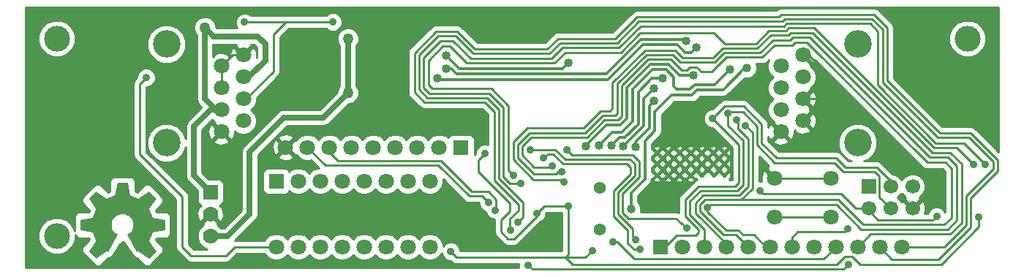
<source format=gbl>
G04 (created by PCBNEW (2013-mar-30)-stable) date Fri 10 May 2013 06:00:25 PM CDT*
%MOIN*%
G04 Gerber Fmt 3.4, Leading zero omitted, Abs format*
%FSLAX34Y34*%
G01*
G70*
G90*
G04 APERTURE LIST*
%ADD10C,0.0006*%
%ADD11R,0.07X0.07*%
%ADD12C,0.07*%
%ADD13C,0.0708661*%
%ADD14R,0.0708661X0.0708661*%
%ADD15C,0.011811*%
%ADD16C,0.0551181*%
%ADD17C,0.125984*%
%ADD18R,0.0669291X0.0669291*%
%ADD19C,0.0669291*%
%ADD20C,0.11811*%
%ADD21C,0.035*%
%ADD22C,0.05*%
%ADD23C,0.04*%
%ADD24C,0.01*%
%ADD25C,0.025*%
%ADD26C,0.012*%
G04 APERTURE END LIST*
G54D10*
G54D11*
X8750Y3750D03*
G54D12*
X8750Y2750D03*
X8750Y1750D03*
G54D13*
X34470Y4385D03*
X37029Y4385D03*
X34470Y2614D03*
X37029Y2614D03*
G54D14*
X20180Y5790D03*
G54D13*
X19180Y5790D03*
X18180Y5790D03*
X17180Y5790D03*
X16180Y5790D03*
X15180Y5790D03*
X14180Y5790D03*
X13180Y5790D03*
X12180Y5790D03*
G54D14*
X29250Y1250D03*
G54D13*
X30250Y1250D03*
X31250Y1250D03*
X32250Y1250D03*
X33250Y1250D03*
X34250Y1250D03*
X35250Y1250D03*
X36250Y1250D03*
X37250Y1250D03*
X38250Y1250D03*
X39250Y1250D03*
X40250Y1250D03*
G54D15*
X30630Y5040D03*
X30630Y4528D03*
X30630Y5551D03*
X30118Y4528D03*
X30118Y5040D03*
X30118Y5551D03*
X29606Y5551D03*
X29606Y5040D03*
X29606Y4528D03*
X29094Y5551D03*
X29094Y5040D03*
X29094Y4528D03*
X31141Y5551D03*
X31141Y5040D03*
X31141Y4528D03*
X31653Y5551D03*
X31653Y5040D03*
X31692Y4528D03*
X32165Y5551D03*
X32165Y5040D03*
X32165Y4528D03*
G54D16*
X26500Y3960D03*
X26500Y2039D03*
G54D14*
X11750Y4250D03*
G54D13*
X12750Y4250D03*
X14750Y4250D03*
X15750Y4250D03*
X16750Y4250D03*
X17750Y4250D03*
X18750Y4250D03*
X18750Y1250D03*
X17750Y1250D03*
X16750Y1250D03*
X15750Y1250D03*
X14750Y1250D03*
X13750Y1250D03*
X12750Y1250D03*
X11750Y1250D03*
X13750Y4250D03*
X35750Y10000D03*
X34750Y9500D03*
X35750Y9000D03*
X34750Y8500D03*
X35750Y8000D03*
X34750Y7500D03*
X35750Y7000D03*
X34750Y6500D03*
G54D17*
X38250Y10500D03*
X38250Y6000D03*
G54D13*
X9250Y6500D03*
X10250Y7000D03*
X9250Y7500D03*
X10250Y8000D03*
X9250Y8500D03*
X10250Y9000D03*
X9250Y9500D03*
X10250Y10000D03*
G54D17*
X6750Y6000D03*
X6750Y10500D03*
G54D18*
X38750Y4000D03*
G54D19*
X38750Y3000D03*
X39750Y4000D03*
X39750Y3000D03*
X40750Y4000D03*
X40750Y3000D03*
G54D20*
X43250Y10750D03*
X1750Y10750D03*
X1750Y1750D03*
G54D10*
G36*
X4408Y3595D02*
X4518Y4185D01*
X4982Y4185D01*
X5092Y3595D01*
X4408Y3595D01*
X4408Y3595D01*
G37*
G36*
X3557Y2958D02*
X3218Y3453D01*
X3546Y3781D01*
X4041Y3442D01*
X3557Y2958D01*
X3557Y2958D01*
G37*
G36*
X3405Y1908D02*
X2815Y2018D01*
X2815Y2482D01*
X3405Y2592D01*
X3405Y1908D01*
X3405Y1908D01*
G37*
G36*
X4041Y1057D02*
X3546Y718D01*
X3218Y1046D01*
X3557Y1541D01*
X4041Y1057D01*
X4041Y1057D01*
G37*
G36*
X5458Y3442D02*
X5953Y3781D01*
X6281Y3453D01*
X5942Y2958D01*
X5458Y3442D01*
X5458Y3442D01*
G37*
G36*
X6095Y2592D02*
X6685Y2482D01*
X6685Y2018D01*
X6095Y1908D01*
X6095Y2592D01*
X6095Y2592D01*
G37*
G36*
X5942Y1541D02*
X6281Y1046D01*
X5953Y718D01*
X5458Y1057D01*
X5942Y1541D01*
X5942Y1541D01*
G37*
G36*
X4618Y2742D02*
X4455Y3644D01*
X5044Y3644D01*
X4881Y2742D01*
X4618Y2742D01*
X4618Y2742D01*
G37*
G36*
X4815Y2754D02*
X5010Y3650D01*
X5554Y3424D01*
X5058Y2654D01*
X4815Y2754D01*
X4815Y2754D01*
G37*
G36*
X4441Y2654D02*
X3945Y3424D01*
X4489Y3650D01*
X4684Y2754D01*
X4441Y2654D01*
X4441Y2654D01*
G37*
G36*
X4309Y2504D02*
X3556Y3026D01*
X3973Y3443D01*
X4495Y2690D01*
X4309Y2504D01*
X4309Y2504D01*
G37*
G36*
X5004Y2690D02*
X5526Y3443D01*
X5943Y3026D01*
X5190Y2504D01*
X5004Y2690D01*
X5004Y2690D01*
G37*
G36*
X4245Y2315D02*
X3349Y2510D01*
X3575Y3054D01*
X4345Y2558D01*
X4245Y2315D01*
X4245Y2315D01*
G37*
G36*
X5154Y2558D02*
X5924Y3054D01*
X6150Y2510D01*
X5254Y2315D01*
X5154Y2558D01*
X5154Y2558D01*
G37*
G36*
X4258Y2118D02*
X3356Y1955D01*
X3356Y2544D01*
X4258Y2381D01*
X4258Y2118D01*
X4258Y2118D01*
G37*
G36*
X5242Y2381D02*
X6144Y2544D01*
X6144Y1955D01*
X5242Y2118D01*
X5242Y2381D01*
X5242Y2381D01*
G37*
G36*
X5254Y2184D02*
X6150Y1989D01*
X5924Y1445D01*
X5154Y1941D01*
X5254Y2184D01*
X5254Y2184D01*
G37*
G36*
X4345Y1941D02*
X3575Y1445D01*
X3349Y1989D01*
X4245Y2184D01*
X4345Y1941D01*
X4345Y1941D01*
G37*
G36*
X4495Y1809D02*
X3973Y1056D01*
X3556Y1473D01*
X4309Y1995D01*
X4495Y1809D01*
X4495Y1809D01*
G37*
G36*
X5190Y1995D02*
X5943Y1473D01*
X5526Y1056D01*
X5004Y1809D01*
X5190Y1995D01*
X5190Y1995D01*
G37*
G36*
X5077Y1877D02*
X5645Y1172D01*
X5400Y1008D01*
X4968Y1804D01*
X5077Y1877D01*
X5077Y1877D01*
G37*
G36*
X4531Y1804D02*
X4099Y1008D01*
X3854Y1172D01*
X4422Y1877D01*
X4531Y1804D01*
X4531Y1804D01*
G37*
G54D21*
X21738Y2926D03*
X21430Y3262D03*
X24340Y4940D03*
X33145Y6795D03*
X24760Y4680D03*
X31410Y3030D03*
X27110Y1470D03*
X37810Y2090D03*
X37830Y460D03*
X23230Y420D03*
X28340Y1140D03*
X23940Y5310D03*
X32720Y7050D03*
X22890Y4160D03*
X44080Y5000D03*
X10312Y11496D03*
X14330Y11510D03*
X22768Y2390D03*
X22440Y2026D03*
X43530Y5010D03*
X22550Y4520D03*
X28120Y1570D03*
X23340Y5690D03*
X30450Y2110D03*
X24990Y5690D03*
X32340Y7340D03*
X31640Y7110D03*
X24870Y4220D03*
G54D22*
X8500Y11250D03*
X15020Y8270D03*
X15020Y10760D03*
G54D21*
X24361Y1922D03*
X42305Y7070D03*
X6030Y8100D03*
X8070Y7600D03*
X41710Y3450D03*
X38270Y7350D03*
G54D23*
X33210Y9400D03*
X27920Y2980D03*
X28980Y8480D03*
X27570Y5830D03*
X19500Y9390D03*
X30440Y10630D03*
X27025Y5865D03*
X29350Y8940D03*
X28980Y7920D03*
X28120Y5825D03*
X25070Y9660D03*
X19490Y9995D03*
X26450Y5870D03*
X32435Y9350D03*
X30890Y10340D03*
X19100Y8930D03*
X25880Y5835D03*
X30755Y9080D03*
G54D21*
X43760Y2600D03*
X23621Y2793D03*
X21269Y5516D03*
X25078Y3122D03*
X5826Y8974D03*
X26160Y1084D03*
X19710Y1040D03*
X33790Y3820D03*
X41850Y2650D03*
G54D24*
X21780Y3423D02*
X21432Y3770D01*
X21780Y2968D02*
X21780Y3423D01*
X21738Y2926D02*
X21780Y2968D01*
X20659Y3770D02*
X19254Y5175D01*
X21432Y3770D02*
X20659Y3770D01*
X14180Y5790D02*
X14180Y5570D01*
X14180Y5570D02*
X14574Y5175D01*
X14574Y5175D02*
X19254Y5175D01*
X20674Y3570D02*
X21122Y3570D01*
X19145Y4975D02*
X13995Y4975D01*
X13995Y4975D02*
X13180Y5790D01*
X20550Y3570D02*
X19145Y4975D01*
X20674Y3570D02*
X20550Y3570D01*
X21122Y3570D02*
X21430Y3262D01*
X41950Y2270D02*
X42210Y2270D01*
X33268Y9898D02*
X33268Y9900D01*
X33912Y9898D02*
X33268Y9898D01*
X34464Y10450D02*
X33912Y9898D01*
X35262Y10450D02*
X34464Y10450D01*
X35396Y10584D02*
X35262Y10450D01*
X35936Y10584D02*
X35396Y10584D01*
X41420Y5100D02*
X35936Y10584D01*
X42250Y5100D02*
X41420Y5100D01*
X42530Y4820D02*
X42250Y5100D01*
X42530Y2590D02*
X42530Y4820D01*
X42210Y2270D02*
X42530Y2590D01*
X38502Y2270D02*
X38502Y2270D01*
X27510Y8390D02*
X27510Y8615D01*
X31600Y9230D02*
X31835Y9465D01*
X31140Y9230D02*
X31600Y9230D01*
X30910Y9460D02*
X31140Y9230D01*
X30600Y9460D02*
X30910Y9460D01*
X30450Y9310D02*
X30600Y9460D01*
X30215Y9310D02*
X30450Y9310D01*
X29725Y9800D02*
X30215Y9310D01*
X28694Y9800D02*
X29725Y9800D01*
X27510Y8615D02*
X28694Y9800D01*
X31835Y9465D02*
X32270Y9900D01*
X32270Y9900D02*
X33268Y9900D01*
X27510Y7220D02*
X27510Y8390D01*
X27320Y7030D02*
X27510Y7220D01*
X26699Y7030D02*
X27320Y7030D01*
X25919Y6250D02*
X26699Y7030D01*
X23380Y6250D02*
X25919Y6250D01*
X22970Y5840D02*
X23380Y6250D01*
X22970Y5430D02*
X22970Y5840D01*
X23510Y4890D02*
X22970Y5430D01*
X24290Y4890D02*
X23510Y4890D01*
X24340Y4940D02*
X24290Y4890D01*
X40860Y2270D02*
X38502Y2270D01*
X40860Y2270D02*
X41950Y2270D01*
X38502Y2270D02*
X37364Y3408D01*
X34880Y3408D02*
X37364Y3408D01*
X34880Y3408D02*
X32943Y3408D01*
X32943Y3408D02*
X32935Y3400D01*
X37364Y3408D02*
X37364Y3408D01*
X31070Y3010D02*
X31070Y2890D01*
X32685Y1815D02*
X33250Y1250D01*
X32145Y1815D02*
X32685Y1815D01*
X31070Y2890D02*
X32145Y1815D01*
X32390Y3400D02*
X32935Y3400D01*
X31295Y3400D02*
X32390Y3400D01*
X31070Y3175D02*
X31295Y3400D01*
X31070Y3010D02*
X31070Y3175D01*
X33455Y6485D02*
X33145Y6795D01*
X33455Y3920D02*
X33455Y6485D01*
X32935Y3400D02*
X33396Y3861D01*
X33396Y3861D02*
X33455Y3920D01*
X34814Y10685D02*
X35157Y10685D01*
X36056Y10814D02*
X36185Y10685D01*
X35286Y10814D02*
X36056Y10814D01*
X35157Y10685D02*
X35286Y10814D01*
X35192Y3180D02*
X37287Y3180D01*
X37287Y3180D02*
X38407Y2060D01*
X32540Y3180D02*
X35192Y3180D01*
X27309Y8020D02*
X27309Y8699D01*
X27190Y7230D02*
X27309Y7350D01*
X27309Y7350D02*
X27309Y8020D01*
X32175Y10100D02*
X33430Y10100D01*
X42350Y2060D02*
X38407Y2060D01*
X42770Y2480D02*
X42350Y2060D01*
X42770Y4930D02*
X42770Y2480D01*
X42360Y5340D02*
X42770Y4930D01*
X42090Y5340D02*
X42360Y5340D01*
X24760Y4680D02*
X24590Y4680D01*
X26616Y7230D02*
X27180Y7230D01*
X25836Y6450D02*
X26616Y7230D01*
X23297Y6450D02*
X25836Y6450D01*
X22769Y5922D02*
X23297Y6450D01*
X22769Y5320D02*
X22769Y5922D01*
X23510Y4580D02*
X22769Y5320D01*
X24490Y4580D02*
X23510Y4580D01*
X24590Y4680D02*
X24490Y4580D01*
X27180Y7230D02*
X27190Y7230D01*
X33800Y10100D02*
X34385Y10685D01*
X34385Y10685D02*
X34814Y10685D01*
X36185Y10685D02*
X41530Y5340D01*
X41530Y5340D02*
X42090Y5340D01*
X33430Y10100D02*
X33800Y10100D01*
X27309Y8699D02*
X28630Y10020D01*
X28630Y10020D02*
X29820Y10020D01*
X29820Y10020D02*
X30170Y9670D01*
X30170Y9670D02*
X31745Y9670D01*
X31745Y9670D02*
X32175Y10100D01*
X31560Y3180D02*
X31410Y3030D01*
X32540Y3180D02*
X31560Y3180D01*
X33515Y1800D02*
X33015Y1800D01*
X33015Y1800D02*
X32799Y2015D01*
X34250Y1250D02*
X34065Y1250D01*
X31410Y2855D02*
X31410Y3030D01*
X32249Y2015D02*
X31410Y2855D01*
X32799Y2015D02*
X32249Y2015D01*
X34065Y1250D02*
X33515Y1800D01*
X27110Y1470D02*
X27310Y1470D01*
X36710Y710D02*
X37250Y1250D01*
X28070Y710D02*
X36710Y710D01*
X27310Y1470D02*
X28070Y710D01*
X37830Y460D02*
X37600Y230D01*
X23420Y230D02*
X23230Y420D01*
X37600Y230D02*
X23420Y230D01*
X35250Y1690D02*
X35250Y1250D01*
X35510Y1950D02*
X35250Y1690D01*
X37670Y1950D02*
X35510Y1950D01*
X37810Y2090D02*
X37670Y1950D01*
X27780Y1570D02*
X27780Y1420D01*
X27780Y1420D02*
X28060Y1140D01*
X28060Y1140D02*
X28340Y1140D01*
X27780Y1997D02*
X27610Y2167D01*
X27780Y1570D02*
X27780Y1997D01*
X27120Y2657D02*
X27610Y2167D01*
X27120Y3820D02*
X27120Y2657D01*
X27890Y4590D02*
X27120Y3820D01*
X27890Y4870D02*
X27890Y4590D01*
X27730Y5030D02*
X27890Y4870D01*
X24840Y5030D02*
X27730Y5030D01*
X24380Y5489D02*
X24840Y5030D01*
X24119Y5489D02*
X24380Y5489D01*
X23940Y5310D02*
X24119Y5489D01*
X32310Y3600D02*
X32852Y3600D01*
X32805Y6965D02*
X32720Y7050D01*
X32805Y6640D02*
X32805Y6965D01*
X33254Y6190D02*
X32805Y6640D01*
X33254Y4002D02*
X33254Y6190D01*
X32852Y3600D02*
X33254Y4002D01*
X32250Y1402D02*
X32250Y1250D01*
X30865Y2787D02*
X32250Y1402D01*
X30865Y3255D02*
X30865Y2787D01*
X31210Y3600D02*
X30865Y3255D01*
X32310Y3600D02*
X31210Y3600D01*
X39160Y10280D02*
X39160Y11090D01*
X35010Y11430D02*
X34900Y11320D01*
X38820Y11430D02*
X35010Y11430D01*
X39160Y11090D02*
X38820Y11430D01*
X22410Y4160D02*
X22890Y4160D01*
X22110Y4460D02*
X22410Y4160D01*
X22110Y7600D02*
X22110Y4460D01*
X21460Y8250D02*
X22110Y7600D01*
X18730Y8250D02*
X21460Y8250D01*
X18460Y8520D02*
X18730Y8250D01*
X18460Y9870D02*
X18460Y8520D01*
X19240Y10650D02*
X18460Y9870D01*
X19810Y10650D02*
X19240Y10650D01*
X20620Y9840D02*
X19810Y10650D01*
X24290Y9840D02*
X20620Y9840D01*
X24800Y10350D02*
X24290Y9840D01*
X27380Y10350D02*
X24800Y10350D01*
X28350Y11320D02*
X27380Y10350D01*
X34900Y11320D02*
X28350Y11320D01*
X39160Y8632D02*
X39160Y10280D01*
X41812Y5980D02*
X39160Y8632D01*
X43099Y5980D02*
X41812Y5980D01*
X44080Y5000D02*
X43099Y5980D01*
X34470Y2614D02*
X37029Y2614D01*
X10326Y11510D02*
X12190Y11510D01*
X10312Y11496D02*
X10326Y11510D01*
X10250Y8000D02*
X10370Y8000D01*
X12190Y11510D02*
X14330Y11510D01*
X11625Y10945D02*
X12190Y11510D01*
X11625Y9255D02*
X11625Y10945D01*
X10370Y8000D02*
X11625Y9255D01*
X40250Y1250D02*
X42190Y1250D01*
X23000Y2622D02*
X22768Y2390D01*
X23000Y3278D02*
X23000Y2622D01*
X21906Y4372D02*
X23000Y3278D01*
X21906Y7498D02*
X21906Y4372D01*
X21358Y8046D02*
X21906Y7498D01*
X18640Y8046D02*
X21358Y8046D01*
X18252Y8434D02*
X18640Y8046D01*
X18252Y10002D02*
X18252Y8434D01*
X19120Y10870D02*
X18252Y10002D01*
X19920Y10870D02*
X19120Y10870D01*
X20728Y10062D02*
X19920Y10870D01*
X24194Y10062D02*
X20728Y10062D01*
X24684Y10552D02*
X24194Y10062D01*
X27286Y10552D02*
X24684Y10552D01*
X28276Y11542D02*
X27286Y10552D01*
X34828Y11542D02*
X28276Y11542D01*
X34936Y11650D02*
X34828Y11542D01*
X38910Y11650D02*
X34936Y11650D01*
X39390Y11170D02*
X38910Y11650D01*
X39390Y8750D02*
X39390Y11170D01*
X41900Y6240D02*
X39390Y8750D01*
X43314Y6240D02*
X41900Y6240D01*
X44414Y5140D02*
X43314Y6240D01*
X44414Y4800D02*
X44414Y5140D01*
X43186Y3572D02*
X44414Y4800D01*
X43186Y2246D02*
X43186Y3572D01*
X42190Y1250D02*
X43186Y2246D01*
X39806Y694D02*
X39250Y1250D01*
X41930Y694D02*
X39806Y694D01*
X43386Y2150D02*
X41930Y694D01*
X43386Y3489D02*
X43386Y2150D01*
X44614Y4717D02*
X43386Y3489D01*
X44614Y5222D02*
X44614Y4717D01*
X43396Y6440D02*
X44614Y5222D01*
X41982Y6440D02*
X43396Y6440D01*
X39590Y8832D02*
X41982Y6440D01*
X39590Y11252D02*
X39590Y8832D01*
X38992Y11850D02*
X39590Y11252D01*
X34780Y11850D02*
X38992Y11850D01*
X34672Y11742D02*
X34780Y11850D01*
X28193Y11742D02*
X34672Y11742D01*
X27203Y10752D02*
X28193Y11742D01*
X24601Y10752D02*
X27203Y10752D01*
X24111Y10262D02*
X24601Y10752D01*
X20810Y10262D02*
X24111Y10262D01*
X19998Y11074D02*
X20810Y10262D01*
X19041Y11074D02*
X19998Y11074D01*
X18051Y10084D02*
X19041Y11074D01*
X18051Y8300D02*
X18051Y10084D01*
X18506Y7845D02*
X18051Y8300D01*
X21275Y7845D02*
X18506Y7845D01*
X21705Y7415D02*
X21275Y7845D01*
X21705Y4289D02*
X21705Y7415D01*
X22799Y3195D02*
X21705Y4289D01*
X22799Y2921D02*
X22799Y3195D01*
X22412Y2534D02*
X22799Y2921D01*
X22412Y2054D02*
X22412Y2534D01*
X22440Y2026D02*
X22412Y2054D01*
X34468Y11110D02*
X34992Y11110D01*
X36280Y11229D02*
X36399Y11110D01*
X35112Y11229D02*
X36280Y11229D01*
X34992Y11110D02*
X35112Y11229D01*
X36399Y11110D02*
X41730Y5780D01*
X41730Y5780D02*
X42760Y5780D01*
X42760Y5780D02*
X43530Y5010D01*
X34207Y11110D02*
X34468Y11110D01*
X33617Y10520D02*
X34207Y11110D01*
X32200Y10520D02*
X33617Y10520D01*
X31700Y11020D02*
X32200Y10520D01*
X28345Y11020D02*
X31700Y11020D01*
X27447Y10122D02*
X28345Y11020D01*
X24922Y10122D02*
X27447Y10122D01*
X24430Y9630D02*
X24922Y10122D01*
X20430Y9630D02*
X24430Y9630D01*
X19660Y10400D02*
X20430Y9630D01*
X19340Y10400D02*
X19660Y10400D01*
X18700Y9760D02*
X19340Y10400D01*
X18700Y8640D02*
X18700Y9760D01*
X18860Y8480D02*
X18700Y8640D01*
X21550Y8480D02*
X18860Y8480D01*
X22340Y7690D02*
X21550Y8480D01*
X22340Y4730D02*
X22340Y7690D01*
X22550Y4520D02*
X22340Y4730D01*
X27990Y1700D02*
X27990Y2070D01*
X28120Y1570D02*
X27990Y1700D01*
X27990Y2070D02*
X27330Y2730D01*
X27330Y2730D02*
X27330Y3742D01*
X27330Y3742D02*
X28099Y4512D01*
X28099Y4512D02*
X28099Y5030D01*
X28099Y5030D02*
X27880Y5249D01*
X27880Y5249D02*
X24920Y5249D01*
X24920Y5249D02*
X24480Y5690D01*
X24480Y5690D02*
X23340Y5690D01*
X27800Y2550D02*
X29969Y2550D01*
X29969Y2550D02*
X30450Y2110D01*
X27800Y2550D02*
X27530Y2820D01*
X27530Y2820D02*
X27530Y3660D01*
X27530Y3660D02*
X27540Y3670D01*
X24990Y5690D02*
X25230Y5450D01*
X25230Y5450D02*
X28000Y5450D01*
X28000Y5450D02*
X28300Y5150D01*
X28300Y5150D02*
X28300Y4430D01*
X28300Y4430D02*
X27540Y3670D01*
X39245Y3995D02*
X39245Y4465D01*
X37600Y4670D02*
X37185Y5085D01*
X39040Y4670D02*
X37600Y4670D01*
X39245Y4465D02*
X39040Y4670D01*
X32340Y7340D02*
X32340Y7350D01*
X32340Y7350D02*
X32395Y7405D01*
X32395Y7405D02*
X33020Y7405D01*
X33020Y7405D02*
X33665Y6760D01*
X33665Y6760D02*
X33665Y5900D01*
X33665Y5900D02*
X34480Y5085D01*
X34480Y5085D02*
X37185Y5085D01*
X39245Y3505D02*
X39750Y3000D01*
X39245Y3995D02*
X39245Y3505D01*
X33030Y5900D02*
X33030Y6105D01*
X32340Y6795D02*
X32340Y7340D01*
X33030Y6105D02*
X32340Y6795D01*
X32230Y3825D02*
X32760Y3825D01*
X33030Y4095D02*
X33030Y5900D01*
X32760Y3825D02*
X33030Y4095D01*
X31250Y1250D02*
X31250Y2060D01*
X31095Y3825D02*
X32230Y3825D01*
X30605Y3335D02*
X31095Y3825D01*
X30605Y2705D02*
X30605Y3335D01*
X31250Y2060D02*
X30605Y2705D01*
X29250Y1250D02*
X29460Y1250D01*
X29990Y1780D02*
X30870Y1780D01*
X29460Y1250D02*
X29990Y1780D01*
X31640Y7110D02*
X32829Y5920D01*
X32829Y5920D02*
X32829Y4190D01*
X32829Y4190D02*
X32665Y4025D01*
X32665Y4025D02*
X31012Y4025D01*
X31012Y4025D02*
X30390Y3402D01*
X30870Y1780D02*
X30990Y1900D01*
X30990Y1900D02*
X30990Y2037D01*
X30990Y2037D02*
X30390Y2637D01*
X30390Y2637D02*
X30390Y3402D01*
X39750Y4000D02*
X39750Y4245D01*
X32200Y7670D02*
X31640Y7110D01*
X33050Y7670D02*
X32200Y7670D01*
X33880Y6840D02*
X33050Y7670D01*
X33880Y5967D02*
X33880Y6840D01*
X34547Y5300D02*
X33880Y5967D01*
X37270Y5300D02*
X34547Y5300D01*
X37699Y4870D02*
X37270Y5300D01*
X39124Y4870D02*
X37699Y4870D01*
X39750Y4245D02*
X39124Y4870D01*
X34696Y10910D02*
X35088Y10910D01*
X36190Y11020D02*
X36300Y10910D01*
X35198Y11020D02*
X36190Y11020D01*
X35088Y10910D02*
X35198Y11020D01*
X27080Y8280D02*
X27080Y8752D01*
X32092Y10300D02*
X32190Y10300D01*
X31662Y9870D02*
X32092Y10300D01*
X30279Y9870D02*
X31662Y9870D01*
X29929Y10220D02*
X30279Y9870D01*
X28547Y10220D02*
X29929Y10220D01*
X27080Y8752D02*
X28547Y10220D01*
X32910Y10300D02*
X33680Y10300D01*
X38840Y1840D02*
X38250Y1250D01*
X36300Y10910D02*
X41660Y5550D01*
X41660Y5550D02*
X42465Y5550D01*
X42465Y5550D02*
X42985Y5030D01*
X42985Y5030D02*
X42985Y2345D01*
X42985Y2345D02*
X42480Y1840D01*
X42480Y1840D02*
X38840Y1840D01*
X34290Y10910D02*
X34696Y10910D01*
X33680Y10300D02*
X34290Y10910D01*
X32190Y10300D02*
X32910Y10300D01*
X27080Y7575D02*
X27080Y8280D01*
X26960Y7455D02*
X27080Y7575D01*
X26525Y7455D02*
X26960Y7455D01*
X25750Y6680D02*
X26525Y7455D01*
X23190Y6680D02*
X25750Y6680D01*
X22550Y6040D02*
X23190Y6680D01*
X22550Y5240D02*
X22550Y6040D01*
X23475Y4315D02*
X22550Y5240D01*
X24775Y4315D02*
X23475Y4315D01*
X24870Y4220D02*
X24775Y4315D01*
G54D25*
X10890Y10860D02*
X8890Y10860D01*
X8890Y10860D02*
X8500Y11250D01*
X9250Y7500D02*
X8750Y7500D01*
X8000Y4500D02*
X8750Y3750D01*
X8000Y6750D02*
X8000Y4500D01*
X8750Y7500D02*
X8000Y6750D01*
X10250Y9000D02*
X10500Y9000D01*
X11250Y10500D02*
X10890Y10860D01*
X11250Y9750D02*
X11250Y10500D01*
X10500Y9000D02*
X11250Y9750D01*
X9000Y7500D02*
X9250Y7500D01*
X8500Y8000D02*
X9000Y7500D01*
X8500Y11250D02*
X8500Y8000D01*
X8750Y1750D02*
X9540Y1750D01*
X15020Y8270D02*
X15020Y10760D01*
X13900Y7150D02*
X15020Y8270D01*
X12100Y7150D02*
X13900Y7150D01*
X10540Y5590D02*
X12100Y7150D01*
X10540Y2750D02*
X10540Y5590D01*
X9540Y1750D02*
X10540Y2750D01*
G54D24*
X11010Y4620D02*
X12180Y5790D01*
X11010Y3120D02*
X11010Y4620D01*
X12070Y2060D02*
X11010Y3120D01*
X19340Y2060D02*
X12070Y2060D01*
X20135Y1265D02*
X19340Y2060D01*
X23704Y1265D02*
X20135Y1265D01*
X24361Y1922D02*
X23704Y1265D01*
X7570Y8100D02*
X6030Y8100D01*
X8070Y7600D02*
X7570Y8100D01*
X40860Y4760D02*
X38270Y7350D01*
X41210Y4760D02*
X40860Y4760D01*
X41590Y4380D02*
X41210Y4760D01*
X41590Y3570D02*
X41590Y4380D01*
X41710Y3450D02*
X41590Y3570D01*
X37620Y8000D02*
X35750Y8000D01*
X38270Y7350D02*
X37620Y8000D01*
X34470Y4385D02*
X37029Y4385D01*
X9250Y9500D02*
X9250Y8500D01*
X10250Y10000D02*
X9750Y10000D01*
X9750Y10000D02*
X9250Y9500D01*
X35750Y10000D02*
X36000Y10000D01*
X36000Y10000D02*
X36490Y9510D01*
X36490Y9510D02*
X36490Y8740D01*
X36490Y8740D02*
X35750Y8000D01*
G54D26*
X30410Y8180D02*
X30700Y8180D01*
X33100Y9400D02*
X33210Y9400D01*
X32119Y8419D02*
X33100Y9400D01*
X30940Y8419D02*
X32119Y8419D01*
X30700Y8180D02*
X30940Y8419D01*
X27920Y3710D02*
X28550Y4340D01*
X28550Y4340D02*
X28550Y6070D01*
X28550Y6070D02*
X29010Y6530D01*
X29010Y6530D02*
X29010Y7410D01*
X29010Y7410D02*
X29780Y8180D01*
X29780Y8180D02*
X30410Y8180D01*
X27920Y2980D02*
X27920Y3710D01*
X28505Y7450D02*
X28505Y8005D01*
X28505Y8005D02*
X28980Y8480D01*
X28505Y6765D02*
X28505Y7450D01*
X27570Y5830D02*
X28505Y6765D01*
X25149Y9139D02*
X26790Y9139D01*
X19500Y9390D02*
X19730Y9390D01*
X19980Y9139D02*
X24830Y9139D01*
X19730Y9390D02*
X19980Y9139D01*
X24830Y9139D02*
X25149Y9139D01*
X30350Y10720D02*
X30440Y10630D01*
X28370Y10720D02*
X30350Y10720D01*
X26790Y9139D02*
X28370Y10720D01*
X29350Y8940D02*
X28880Y8940D01*
X28250Y8310D02*
X28250Y7780D01*
X28880Y8940D02*
X28250Y8310D01*
X28250Y6849D02*
X28250Y7780D01*
X27630Y6229D02*
X28250Y6849D01*
X27389Y6229D02*
X27630Y6229D01*
X27025Y5865D02*
X27389Y6229D01*
X28750Y7340D02*
X28750Y7690D01*
X28750Y7690D02*
X28980Y7920D01*
X28120Y5825D02*
X28120Y6040D01*
X28750Y6670D02*
X28750Y7340D01*
X28120Y6040D02*
X28750Y6670D01*
X24790Y9380D02*
X22725Y9380D01*
X25070Y9660D02*
X24790Y9380D01*
X22725Y9380D02*
X20105Y9380D01*
X20105Y9380D02*
X19490Y9995D01*
X29860Y8780D02*
X29860Y8990D01*
X28009Y8439D02*
X28009Y8130D01*
X28900Y9330D02*
X28009Y8439D01*
X29520Y9330D02*
X28900Y9330D01*
X29860Y8990D02*
X29520Y9330D01*
X31745Y8660D02*
X32435Y9350D01*
X30820Y8660D02*
X31745Y8660D01*
X30610Y8450D02*
X30820Y8660D01*
X30000Y8450D02*
X30610Y8450D01*
X29860Y8590D02*
X30000Y8450D01*
X29860Y8780D02*
X29860Y8590D01*
X28009Y6995D02*
X28009Y8130D01*
X27494Y6480D02*
X28009Y6995D01*
X27060Y6480D02*
X27494Y6480D01*
X26450Y5870D02*
X27060Y6480D01*
X24910Y8880D02*
X25229Y8880D01*
X19100Y8930D02*
X19150Y8880D01*
X24910Y8880D02*
X19150Y8880D01*
X26870Y8880D02*
X25229Y8880D01*
X28460Y10470D02*
X26870Y8880D01*
X30030Y10470D02*
X28460Y10470D01*
X30399Y10100D02*
X30030Y10470D01*
X30650Y10100D02*
X30399Y10100D01*
X30890Y10340D02*
X30650Y10100D01*
X19130Y8899D02*
X19100Y8930D01*
X30755Y9080D02*
X30120Y9080D01*
X27745Y8525D02*
X27745Y7120D01*
X28790Y9570D02*
X27745Y8525D01*
X29629Y9570D02*
X28790Y9570D01*
X30120Y9080D02*
X29629Y9570D01*
X27140Y6800D02*
X26795Y6800D01*
X26795Y6800D02*
X25880Y5885D01*
X25880Y5885D02*
X25880Y5835D01*
X27425Y6800D02*
X27745Y7120D01*
X27140Y6800D02*
X27425Y6800D01*
G54D24*
X5540Y5570D02*
X5540Y5470D01*
X5540Y5470D02*
X7480Y3530D01*
X8290Y860D02*
X7880Y860D01*
X7480Y1260D02*
X7480Y3530D01*
X7880Y860D02*
X7480Y1260D01*
X21995Y2198D02*
X21995Y1934D01*
X23621Y2660D02*
X23621Y2793D01*
X22585Y1624D02*
X23621Y2660D01*
X22305Y1624D02*
X22585Y1624D01*
X21995Y1934D02*
X22305Y1624D01*
X24935Y775D02*
X24935Y765D01*
X43760Y2165D02*
X43760Y2600D01*
X42050Y455D02*
X43760Y2165D01*
X38351Y455D02*
X42050Y455D01*
X37991Y815D02*
X38351Y455D01*
X37667Y815D02*
X37991Y815D01*
X37302Y450D02*
X37667Y815D01*
X25250Y450D02*
X37302Y450D01*
X24935Y765D02*
X25250Y450D01*
X23950Y3122D02*
X25078Y3122D01*
X23621Y2793D02*
X23950Y3122D01*
X22396Y3206D02*
X22396Y3261D01*
X21995Y2490D02*
X22396Y2891D01*
X22396Y2891D02*
X22396Y3206D01*
X21995Y2198D02*
X21995Y2490D01*
X20975Y5222D02*
X21269Y5516D01*
X20975Y4682D02*
X20975Y5222D01*
X22396Y3261D02*
X20975Y4682D01*
X25070Y3114D02*
X25070Y2878D01*
X25078Y3122D02*
X25070Y3114D01*
X11750Y1250D02*
X9850Y1250D01*
X5540Y8688D02*
X5826Y8974D01*
X5540Y5570D02*
X5540Y8688D01*
X9460Y860D02*
X8290Y860D01*
X9850Y1250D02*
X9460Y860D01*
X25070Y910D02*
X24935Y775D01*
X24935Y775D02*
X24930Y770D01*
X25070Y2856D02*
X25070Y910D01*
X25846Y770D02*
X24930Y770D01*
X24930Y770D02*
X24660Y770D01*
X26160Y1084D02*
X25846Y770D01*
X24660Y770D02*
X21995Y770D01*
X21995Y770D02*
X19980Y770D01*
X19980Y770D02*
X19710Y1040D01*
X38750Y3000D02*
X38180Y3000D01*
X33940Y3670D02*
X33790Y3820D01*
X37510Y3670D02*
X33940Y3670D01*
X38180Y3000D02*
X37510Y3670D01*
X38750Y3000D02*
X38750Y2900D01*
X38750Y2900D02*
X39179Y2470D01*
X39179Y2470D02*
X41670Y2470D01*
X41670Y2470D02*
X41850Y2650D01*
X41670Y2470D02*
X41850Y2650D01*
G54D10*
G36*
X9326Y9494D02*
X9255Y9423D01*
X9250Y9429D01*
X9244Y9423D01*
X9173Y9494D01*
X9179Y9500D01*
X9173Y9505D01*
X9244Y9576D01*
X9250Y9570D01*
X9255Y9576D01*
X9326Y9505D01*
X9320Y9500D01*
X9326Y9494D01*
X9326Y9494D01*
G37*
G54D24*
X9326Y9494D02*
X9255Y9423D01*
X9250Y9429D01*
X9244Y9423D01*
X9173Y9494D01*
X9179Y9500D01*
X9173Y9505D01*
X9244Y9576D01*
X9250Y9570D01*
X9255Y9576D01*
X9326Y9505D01*
X9320Y9500D01*
X9326Y9494D01*
G54D10*
G36*
X9326Y8494D02*
X9255Y8423D01*
X9250Y8429D01*
X9244Y8423D01*
X9173Y8494D01*
X9179Y8500D01*
X9173Y8505D01*
X9244Y8576D01*
X9250Y8570D01*
X9255Y8576D01*
X9326Y8505D01*
X9320Y8500D01*
X9326Y8494D01*
X9326Y8494D01*
G37*
G54D24*
X9326Y8494D02*
X9255Y8423D01*
X9250Y8429D01*
X9244Y8423D01*
X9173Y8494D01*
X9179Y8500D01*
X9173Y8505D01*
X9244Y8576D01*
X9250Y8570D01*
X9255Y8576D01*
X9326Y8505D01*
X9320Y8500D01*
X9326Y8494D01*
G54D10*
G36*
X10875Y9905D02*
X10849Y9879D01*
X10858Y9905D01*
X10848Y10145D01*
X10776Y10320D01*
X10675Y10354D01*
X10320Y10000D01*
X10326Y9994D01*
X10255Y9923D01*
X10250Y9929D01*
X10244Y9923D01*
X10173Y9994D01*
X10179Y10000D01*
X9824Y10354D01*
X9723Y10320D01*
X9641Y10094D01*
X9646Y9967D01*
X9604Y9925D01*
X9570Y10026D01*
X9344Y10108D01*
X9104Y10098D01*
X8929Y10026D01*
X8895Y9925D01*
X8875Y9945D01*
X8875Y10487D01*
X8889Y10485D01*
X8890Y10485D01*
X9915Y10485D01*
X9895Y10425D01*
X10250Y10070D01*
X10604Y10425D01*
X10584Y10485D01*
X10734Y10485D01*
X10875Y10344D01*
X10875Y9905D01*
X10875Y9905D01*
G37*
G54D24*
X10875Y9905D02*
X10849Y9879D01*
X10858Y9905D01*
X10848Y10145D01*
X10776Y10320D01*
X10675Y10354D01*
X10320Y10000D01*
X10326Y9994D01*
X10255Y9923D01*
X10250Y9929D01*
X10244Y9923D01*
X10173Y9994D01*
X10179Y10000D01*
X9824Y10354D01*
X9723Y10320D01*
X9641Y10094D01*
X9646Y9967D01*
X9604Y9925D01*
X9570Y10026D01*
X9344Y10108D01*
X9104Y10098D01*
X8929Y10026D01*
X8895Y9925D01*
X8875Y9945D01*
X8875Y10487D01*
X8889Y10485D01*
X8890Y10485D01*
X9915Y10485D01*
X9895Y10425D01*
X10250Y10070D01*
X10604Y10425D01*
X10584Y10485D01*
X10734Y10485D01*
X10875Y10344D01*
X10875Y9905D01*
G54D10*
G36*
X34546Y4380D02*
X34476Y4309D01*
X34470Y4315D01*
X34464Y4309D01*
X34394Y4380D01*
X34399Y4385D01*
X34045Y4740D01*
X33944Y4706D01*
X33861Y4480D01*
X33871Y4244D01*
X33755Y4245D01*
X33755Y5385D01*
X34205Y4935D01*
X34149Y4912D01*
X34115Y4811D01*
X34470Y4456D01*
X34476Y4462D01*
X34546Y4391D01*
X34541Y4385D01*
X34546Y4380D01*
X34546Y4380D01*
G37*
G54D24*
X34546Y4380D02*
X34476Y4309D01*
X34470Y4315D01*
X34464Y4309D01*
X34394Y4380D01*
X34399Y4385D01*
X34045Y4740D01*
X33944Y4706D01*
X33861Y4480D01*
X33871Y4244D01*
X33755Y4245D01*
X33755Y5385D01*
X34205Y4935D01*
X34149Y4912D01*
X34115Y4811D01*
X34470Y4456D01*
X34476Y4462D01*
X34546Y4391D01*
X34541Y4385D01*
X34546Y4380D01*
G54D10*
G36*
X37105Y4380D02*
X37035Y4309D01*
X37029Y4315D01*
X37023Y4309D01*
X36958Y4374D01*
X36953Y4380D01*
X36958Y4385D01*
X36953Y4391D01*
X37023Y4462D01*
X37029Y4456D01*
X37035Y4462D01*
X37105Y4391D01*
X37100Y4385D01*
X37105Y4380D01*
X37105Y4380D01*
G37*
G54D24*
X37105Y4380D02*
X37035Y4309D01*
X37029Y4315D01*
X37023Y4309D01*
X36958Y4374D01*
X36953Y4380D01*
X36958Y4385D01*
X36953Y4391D01*
X37023Y4462D01*
X37029Y4456D01*
X37035Y4462D01*
X37105Y4391D01*
X37100Y4385D01*
X37105Y4380D01*
G54D10*
G36*
X42230Y2843D02*
X42210Y2890D01*
X42091Y3010D01*
X41934Y3074D01*
X41765Y3075D01*
X41609Y3010D01*
X41489Y2891D01*
X41439Y2770D01*
X41288Y2770D01*
X41339Y2909D01*
X41328Y3142D01*
X41259Y3308D01*
X41161Y3340D01*
X40820Y3000D01*
X40826Y2994D01*
X40755Y2923D01*
X40750Y2929D01*
X40744Y2923D01*
X40673Y2994D01*
X40679Y3000D01*
X40338Y3340D01*
X40253Y3312D01*
X40245Y3330D01*
X40081Y3495D01*
X40070Y3499D01*
X40080Y3504D01*
X40245Y3668D01*
X40249Y3679D01*
X40254Y3669D01*
X40418Y3504D01*
X40437Y3496D01*
X40409Y3411D01*
X40750Y3070D01*
X41090Y3411D01*
X41062Y3496D01*
X41080Y3504D01*
X41245Y3668D01*
X41334Y3883D01*
X41334Y4115D01*
X41245Y4330D01*
X41081Y4495D01*
X40866Y4584D01*
X40634Y4584D01*
X40419Y4495D01*
X40254Y4331D01*
X40250Y4320D01*
X40245Y4330D01*
X40081Y4495D01*
X39866Y4584D01*
X39834Y4584D01*
X39337Y5082D01*
X39239Y5147D01*
X39124Y5170D01*
X38545Y5170D01*
X38747Y5253D01*
X38995Y5500D01*
X39129Y5824D01*
X39130Y6174D01*
X38996Y6497D01*
X38749Y6745D01*
X38425Y6879D01*
X38075Y6880D01*
X37752Y6746D01*
X37504Y6499D01*
X37370Y6175D01*
X37369Y5825D01*
X37503Y5502D01*
X37750Y5254D01*
X37954Y5170D01*
X37824Y5170D01*
X37482Y5512D01*
X37384Y5577D01*
X37270Y5600D01*
X36358Y5600D01*
X36358Y6905D01*
X36358Y7905D01*
X36348Y8145D01*
X36276Y8320D01*
X36175Y8354D01*
X35820Y8000D01*
X36175Y7645D01*
X36276Y7679D01*
X36358Y7905D01*
X36358Y6905D01*
X36348Y7145D01*
X36276Y7320D01*
X36175Y7354D01*
X36104Y7283D01*
X35820Y7000D01*
X36175Y6645D01*
X36276Y6679D01*
X36358Y6905D01*
X36358Y5600D01*
X36104Y5600D01*
X35104Y5600D01*
X35104Y6074D01*
X34750Y6429D01*
X34395Y6074D01*
X34429Y5973D01*
X34655Y5891D01*
X34895Y5901D01*
X35070Y5973D01*
X35104Y6074D01*
X35104Y5600D01*
X34672Y5600D01*
X34180Y6092D01*
X34180Y6285D01*
X34223Y6179D01*
X34324Y6145D01*
X34679Y6500D01*
X34324Y6854D01*
X34223Y6820D01*
X34180Y6700D01*
X34180Y6840D01*
X34157Y6954D01*
X34157Y6954D01*
X34092Y7052D01*
X33262Y7882D01*
X33164Y7947D01*
X33050Y7970D01*
X32200Y7970D01*
X32085Y7947D01*
X31987Y7882D01*
X31640Y7535D01*
X31555Y7535D01*
X31399Y7470D01*
X31279Y7351D01*
X31215Y7194D01*
X31214Y7025D01*
X31279Y6869D01*
X31398Y6749D01*
X31555Y6685D01*
X31640Y6684D01*
X32529Y5795D01*
X32529Y4325D01*
X32477Y4325D01*
X32406Y4325D01*
X32422Y4341D01*
X32394Y4369D01*
X32436Y4367D01*
X32477Y4483D01*
X32477Y4995D01*
X32477Y5507D01*
X32470Y5630D01*
X32436Y5712D01*
X32363Y5708D01*
X32325Y5670D01*
X32325Y5822D01*
X32209Y5863D01*
X32087Y5857D01*
X32004Y5822D01*
X32008Y5750D01*
X32165Y5593D01*
X32321Y5750D01*
X32325Y5822D01*
X32325Y5670D01*
X32207Y5551D01*
X32363Y5395D01*
X32436Y5391D01*
X32477Y5507D01*
X32477Y4995D01*
X32470Y5118D01*
X32436Y5200D01*
X32363Y5196D01*
X32325Y5158D01*
X32325Y5280D01*
X32325Y5295D01*
X32325Y5311D01*
X32324Y5311D01*
X32321Y5353D01*
X32165Y5510D01*
X32123Y5468D01*
X32123Y5551D01*
X31967Y5708D01*
X31925Y5710D01*
X31924Y5712D01*
X31909Y5711D01*
X31894Y5712D01*
X31893Y5710D01*
X31851Y5708D01*
X31814Y5670D01*
X31814Y5822D01*
X31698Y5863D01*
X31575Y5857D01*
X31493Y5822D01*
X31497Y5750D01*
X31653Y5593D01*
X31810Y5750D01*
X31814Y5822D01*
X31814Y5670D01*
X31695Y5551D01*
X31851Y5395D01*
X31893Y5393D01*
X31894Y5391D01*
X31909Y5392D01*
X31924Y5391D01*
X31925Y5393D01*
X31967Y5395D01*
X32123Y5551D01*
X32123Y5468D01*
X32008Y5353D01*
X32006Y5311D01*
X32004Y5311D01*
X32005Y5295D01*
X32004Y5280D01*
X32006Y5280D01*
X32008Y5238D01*
X32165Y5081D01*
X32321Y5238D01*
X32324Y5279D01*
X32325Y5280D01*
X32325Y5158D01*
X32207Y5040D01*
X32363Y4883D01*
X32436Y4879D01*
X32477Y4995D01*
X32477Y4483D01*
X32470Y4606D01*
X32436Y4688D01*
X32363Y4684D01*
X32325Y4646D01*
X32325Y4768D01*
X32325Y4784D01*
X32325Y4799D01*
X32324Y4799D01*
X32321Y4841D01*
X32165Y4998D01*
X32123Y4956D01*
X32123Y5040D01*
X31967Y5196D01*
X31925Y5198D01*
X31924Y5200D01*
X31909Y5199D01*
X31894Y5200D01*
X31893Y5198D01*
X31851Y5196D01*
X31814Y5158D01*
X31814Y5280D01*
X31813Y5295D01*
X31814Y5311D01*
X31812Y5311D01*
X31810Y5353D01*
X31653Y5510D01*
X31611Y5468D01*
X31611Y5551D01*
X31455Y5708D01*
X31413Y5710D01*
X31412Y5712D01*
X31397Y5711D01*
X31382Y5712D01*
X31381Y5710D01*
X31340Y5708D01*
X31302Y5670D01*
X31302Y5822D01*
X31186Y5863D01*
X31063Y5857D01*
X30981Y5822D01*
X30985Y5750D01*
X31141Y5593D01*
X31298Y5750D01*
X31302Y5822D01*
X31302Y5670D01*
X31183Y5551D01*
X31340Y5395D01*
X31381Y5393D01*
X31382Y5391D01*
X31397Y5392D01*
X31412Y5391D01*
X31413Y5393D01*
X31455Y5395D01*
X31611Y5551D01*
X31611Y5468D01*
X31497Y5353D01*
X31494Y5311D01*
X31493Y5311D01*
X31493Y5295D01*
X31493Y5280D01*
X31494Y5280D01*
X31497Y5238D01*
X31653Y5081D01*
X31810Y5238D01*
X31812Y5279D01*
X31814Y5280D01*
X31814Y5158D01*
X31695Y5040D01*
X31851Y4883D01*
X31893Y4881D01*
X31894Y4879D01*
X31909Y4880D01*
X31924Y4879D01*
X31925Y4881D01*
X31967Y4883D01*
X32123Y5040D01*
X32123Y4956D01*
X32008Y4841D01*
X32006Y4800D01*
X32004Y4799D01*
X32005Y4784D01*
X32004Y4768D01*
X32006Y4768D01*
X32008Y4726D01*
X32165Y4569D01*
X32321Y4726D01*
X32324Y4768D01*
X32325Y4768D01*
X32325Y4646D01*
X32207Y4528D01*
X32227Y4508D01*
X32185Y4466D01*
X32165Y4486D01*
X32145Y4466D01*
X32123Y4488D01*
X32103Y4508D01*
X32123Y4528D01*
X31967Y4684D01*
X31965Y4684D01*
X31964Y4688D01*
X31929Y4686D01*
X31894Y4688D01*
X31892Y4684D01*
X31891Y4684D01*
X31853Y4646D01*
X31853Y4799D01*
X31811Y4814D01*
X31810Y4841D01*
X31653Y4998D01*
X31611Y4956D01*
X31611Y5040D01*
X31455Y5196D01*
X31413Y5198D01*
X31412Y5200D01*
X31397Y5199D01*
X31382Y5200D01*
X31381Y5198D01*
X31340Y5196D01*
X31302Y5158D01*
X31302Y5280D01*
X31301Y5295D01*
X31302Y5311D01*
X31300Y5311D01*
X31298Y5353D01*
X31141Y5510D01*
X31100Y5468D01*
X31100Y5551D01*
X30943Y5708D01*
X30901Y5710D01*
X30901Y5712D01*
X30885Y5711D01*
X30870Y5712D01*
X30870Y5710D01*
X30828Y5708D01*
X30790Y5670D01*
X30790Y5822D01*
X30674Y5863D01*
X30551Y5857D01*
X30469Y5822D01*
X30473Y5750D01*
X30630Y5593D01*
X30786Y5750D01*
X30790Y5822D01*
X30790Y5670D01*
X30671Y5551D01*
X30828Y5395D01*
X30869Y5393D01*
X30870Y5391D01*
X30885Y5392D01*
X30901Y5391D01*
X30901Y5393D01*
X30943Y5395D01*
X31100Y5551D01*
X31100Y5468D01*
X30985Y5353D01*
X30983Y5311D01*
X30981Y5311D01*
X30982Y5295D01*
X30981Y5280D01*
X30983Y5280D01*
X30985Y5238D01*
X31141Y5081D01*
X31298Y5238D01*
X31300Y5279D01*
X31302Y5280D01*
X31302Y5158D01*
X31183Y5040D01*
X31340Y4883D01*
X31381Y4881D01*
X31382Y4879D01*
X31397Y4880D01*
X31412Y4879D01*
X31413Y4881D01*
X31455Y4883D01*
X31611Y5040D01*
X31611Y4956D01*
X31497Y4841D01*
X31493Y4768D01*
X31534Y4754D01*
X31536Y4726D01*
X31692Y4569D01*
X31849Y4726D01*
X31853Y4799D01*
X31853Y4646D01*
X31734Y4528D01*
X31754Y4508D01*
X31713Y4466D01*
X31692Y4486D01*
X31672Y4466D01*
X31651Y4488D01*
X31631Y4508D01*
X31651Y4528D01*
X31494Y4684D01*
X31421Y4688D01*
X31417Y4677D01*
X31412Y4688D01*
X31340Y4684D01*
X31302Y4646D01*
X31302Y4768D01*
X31301Y4784D01*
X31302Y4799D01*
X31300Y4799D01*
X31298Y4841D01*
X31141Y4998D01*
X31100Y4956D01*
X31100Y5040D01*
X30943Y5196D01*
X30901Y5198D01*
X30901Y5200D01*
X30885Y5199D01*
X30870Y5200D01*
X30870Y5198D01*
X30828Y5196D01*
X30790Y5158D01*
X30790Y5280D01*
X30789Y5295D01*
X30790Y5311D01*
X30788Y5311D01*
X30786Y5353D01*
X30630Y5510D01*
X30588Y5468D01*
X30588Y5551D01*
X30431Y5708D01*
X30390Y5710D01*
X30389Y5712D01*
X30374Y5711D01*
X30358Y5712D01*
X30358Y5710D01*
X30316Y5708D01*
X30278Y5670D01*
X30278Y5822D01*
X30162Y5863D01*
X30039Y5857D01*
X29957Y5822D01*
X29961Y5750D01*
X30118Y5593D01*
X30274Y5750D01*
X30278Y5822D01*
X30278Y5670D01*
X30159Y5551D01*
X30316Y5395D01*
X30358Y5393D01*
X30358Y5391D01*
X30374Y5392D01*
X30389Y5391D01*
X30389Y5393D01*
X30431Y5395D01*
X30588Y5551D01*
X30588Y5468D01*
X30473Y5353D01*
X30471Y5311D01*
X30469Y5311D01*
X30470Y5295D01*
X30469Y5280D01*
X30471Y5280D01*
X30473Y5238D01*
X30630Y5081D01*
X30786Y5238D01*
X30788Y5279D01*
X30790Y5280D01*
X30790Y5158D01*
X30671Y5040D01*
X30828Y4883D01*
X30869Y4881D01*
X30870Y4879D01*
X30885Y4880D01*
X30901Y4879D01*
X30901Y4881D01*
X30943Y4883D01*
X31100Y5040D01*
X31100Y4956D01*
X30985Y4841D01*
X30983Y4800D01*
X30981Y4799D01*
X30982Y4784D01*
X30981Y4768D01*
X30983Y4768D01*
X30985Y4726D01*
X31141Y4569D01*
X31298Y4726D01*
X31300Y4768D01*
X31302Y4768D01*
X31302Y4646D01*
X31183Y4528D01*
X31203Y4508D01*
X31161Y4466D01*
X31141Y4486D01*
X31121Y4466D01*
X31100Y4488D01*
X31080Y4508D01*
X31100Y4528D01*
X30943Y4684D01*
X30901Y4686D01*
X30901Y4688D01*
X30885Y4687D01*
X30870Y4688D01*
X30870Y4686D01*
X30828Y4684D01*
X30790Y4646D01*
X30790Y4768D01*
X30789Y4784D01*
X30790Y4799D01*
X30788Y4799D01*
X30786Y4841D01*
X30630Y4998D01*
X30588Y4956D01*
X30588Y5040D01*
X30431Y5196D01*
X30390Y5198D01*
X30389Y5200D01*
X30374Y5199D01*
X30358Y5200D01*
X30358Y5198D01*
X30316Y5196D01*
X30278Y5158D01*
X30278Y5280D01*
X30277Y5295D01*
X30278Y5311D01*
X30276Y5311D01*
X30274Y5353D01*
X30118Y5510D01*
X30076Y5468D01*
X30076Y5551D01*
X29919Y5708D01*
X29878Y5710D01*
X29877Y5712D01*
X29862Y5711D01*
X29847Y5712D01*
X29846Y5710D01*
X29804Y5708D01*
X29766Y5670D01*
X29766Y5822D01*
X29650Y5863D01*
X29528Y5857D01*
X29445Y5822D01*
X29449Y5750D01*
X29606Y5593D01*
X29762Y5750D01*
X29766Y5822D01*
X29766Y5670D01*
X29648Y5551D01*
X29804Y5395D01*
X29846Y5393D01*
X29847Y5391D01*
X29862Y5392D01*
X29877Y5391D01*
X29878Y5393D01*
X29919Y5395D01*
X30076Y5551D01*
X30076Y5468D01*
X29961Y5353D01*
X29959Y5311D01*
X29957Y5311D01*
X29958Y5295D01*
X29957Y5280D01*
X29959Y5280D01*
X29961Y5238D01*
X30118Y5081D01*
X30274Y5238D01*
X30276Y5279D01*
X30278Y5280D01*
X30278Y5158D01*
X30159Y5040D01*
X30316Y4883D01*
X30358Y4881D01*
X30358Y4879D01*
X30374Y4880D01*
X30389Y4879D01*
X30389Y4881D01*
X30431Y4883D01*
X30588Y5040D01*
X30588Y4956D01*
X30473Y4841D01*
X30471Y4800D01*
X30469Y4799D01*
X30470Y4784D01*
X30469Y4768D01*
X30471Y4768D01*
X30473Y4726D01*
X30630Y4569D01*
X30786Y4726D01*
X30788Y4768D01*
X30790Y4768D01*
X30790Y4646D01*
X30671Y4528D01*
X30828Y4371D01*
X30869Y4369D01*
X30870Y4367D01*
X30885Y4368D01*
X30901Y4367D01*
X30901Y4369D01*
X30912Y4369D01*
X30884Y4341D01*
X30919Y4306D01*
X30897Y4302D01*
X30800Y4237D01*
X30790Y4227D01*
X30790Y4257D01*
X30786Y4329D01*
X30630Y4486D01*
X30588Y4444D01*
X30588Y4528D01*
X30431Y4684D01*
X30390Y4686D01*
X30389Y4688D01*
X30374Y4687D01*
X30358Y4688D01*
X30358Y4686D01*
X30316Y4684D01*
X30278Y4646D01*
X30278Y4768D01*
X30277Y4784D01*
X30278Y4799D01*
X30276Y4799D01*
X30274Y4841D01*
X30118Y4998D01*
X30076Y4956D01*
X30076Y5040D01*
X29919Y5196D01*
X29878Y5198D01*
X29877Y5200D01*
X29862Y5199D01*
X29847Y5200D01*
X29846Y5198D01*
X29804Y5196D01*
X29766Y5158D01*
X29766Y5280D01*
X29766Y5295D01*
X29766Y5311D01*
X29765Y5311D01*
X29762Y5353D01*
X29606Y5510D01*
X29564Y5468D01*
X29564Y5551D01*
X29408Y5708D01*
X29366Y5710D01*
X29365Y5712D01*
X29350Y5711D01*
X29335Y5712D01*
X29334Y5710D01*
X29292Y5708D01*
X29255Y5670D01*
X29255Y5822D01*
X29139Y5863D01*
X29016Y5857D01*
X28934Y5822D01*
X28938Y5750D01*
X29094Y5593D01*
X29251Y5750D01*
X29255Y5822D01*
X29255Y5670D01*
X29136Y5551D01*
X29292Y5395D01*
X29334Y5393D01*
X29335Y5391D01*
X29350Y5392D01*
X29365Y5391D01*
X29366Y5393D01*
X29408Y5395D01*
X29564Y5551D01*
X29564Y5468D01*
X29449Y5353D01*
X29447Y5311D01*
X29445Y5311D01*
X29446Y5295D01*
X29445Y5280D01*
X29447Y5280D01*
X29449Y5238D01*
X29606Y5081D01*
X29762Y5238D01*
X29765Y5279D01*
X29766Y5280D01*
X29766Y5158D01*
X29648Y5040D01*
X29804Y4883D01*
X29846Y4881D01*
X29847Y4879D01*
X29862Y4880D01*
X29877Y4879D01*
X29878Y4881D01*
X29919Y4883D01*
X30076Y5040D01*
X30076Y4956D01*
X29961Y4841D01*
X29959Y4800D01*
X29957Y4799D01*
X29958Y4784D01*
X29957Y4768D01*
X29959Y4768D01*
X29961Y4726D01*
X30118Y4569D01*
X30274Y4726D01*
X30276Y4768D01*
X30278Y4768D01*
X30278Y4646D01*
X30159Y4528D01*
X30316Y4371D01*
X30358Y4369D01*
X30358Y4367D01*
X30374Y4368D01*
X30389Y4367D01*
X30389Y4369D01*
X30431Y4371D01*
X30588Y4528D01*
X30588Y4444D01*
X30473Y4329D01*
X30469Y4257D01*
X30585Y4216D01*
X30708Y4222D01*
X30790Y4257D01*
X30790Y4227D01*
X30278Y3715D01*
X30278Y4257D01*
X30274Y4329D01*
X30118Y4486D01*
X30076Y4444D01*
X30076Y4528D01*
X29919Y4684D01*
X29878Y4686D01*
X29877Y4688D01*
X29862Y4687D01*
X29847Y4688D01*
X29846Y4686D01*
X29804Y4684D01*
X29766Y4646D01*
X29766Y4768D01*
X29766Y4784D01*
X29766Y4799D01*
X29765Y4799D01*
X29762Y4841D01*
X29606Y4998D01*
X29564Y4956D01*
X29564Y5040D01*
X29408Y5196D01*
X29366Y5198D01*
X29365Y5200D01*
X29350Y5199D01*
X29335Y5200D01*
X29334Y5198D01*
X29292Y5196D01*
X29255Y5158D01*
X29255Y5280D01*
X29254Y5295D01*
X29255Y5311D01*
X29253Y5311D01*
X29251Y5353D01*
X29094Y5510D01*
X28938Y5353D01*
X28935Y5311D01*
X28934Y5311D01*
X28934Y5295D01*
X28934Y5280D01*
X28935Y5280D01*
X28938Y5238D01*
X29094Y5081D01*
X29251Y5238D01*
X29253Y5279D01*
X29255Y5280D01*
X29255Y5158D01*
X29136Y5040D01*
X29292Y4883D01*
X29334Y4881D01*
X29335Y4879D01*
X29350Y4880D01*
X29365Y4879D01*
X29366Y4881D01*
X29408Y4883D01*
X29564Y5040D01*
X29564Y4956D01*
X29449Y4841D01*
X29447Y4800D01*
X29445Y4799D01*
X29446Y4784D01*
X29445Y4768D01*
X29447Y4768D01*
X29449Y4726D01*
X29606Y4569D01*
X29762Y4726D01*
X29765Y4768D01*
X29766Y4768D01*
X29766Y4646D01*
X29648Y4528D01*
X29804Y4371D01*
X29846Y4369D01*
X29847Y4367D01*
X29862Y4368D01*
X29877Y4367D01*
X29878Y4369D01*
X29919Y4371D01*
X30076Y4528D01*
X30076Y4444D01*
X29961Y4329D01*
X29957Y4257D01*
X30073Y4216D01*
X30196Y4222D01*
X30278Y4257D01*
X30278Y3715D01*
X30177Y3614D01*
X30112Y3517D01*
X30090Y3402D01*
X30090Y2823D01*
X30084Y2827D01*
X30078Y2828D01*
X30072Y2831D01*
X30021Y2839D01*
X29969Y2850D01*
X29766Y2850D01*
X29766Y4257D01*
X29762Y4329D01*
X29606Y4486D01*
X29564Y4444D01*
X29564Y4528D01*
X29408Y4684D01*
X29366Y4686D01*
X29365Y4688D01*
X29350Y4687D01*
X29335Y4688D01*
X29334Y4686D01*
X29292Y4684D01*
X29255Y4646D01*
X29255Y4768D01*
X29254Y4784D01*
X29255Y4799D01*
X29253Y4799D01*
X29251Y4841D01*
X29094Y4998D01*
X28938Y4841D01*
X28935Y4800D01*
X28934Y4799D01*
X28934Y4784D01*
X28934Y4768D01*
X28935Y4768D01*
X28938Y4726D01*
X29094Y4569D01*
X29251Y4726D01*
X29253Y4768D01*
X29255Y4768D01*
X29255Y4646D01*
X29136Y4528D01*
X29292Y4371D01*
X29334Y4369D01*
X29335Y4367D01*
X29350Y4368D01*
X29365Y4367D01*
X29366Y4369D01*
X29408Y4371D01*
X29564Y4528D01*
X29564Y4444D01*
X29449Y4329D01*
X29445Y4257D01*
X29561Y4216D01*
X29684Y4222D01*
X29766Y4257D01*
X29766Y2850D01*
X29255Y2850D01*
X29255Y4257D01*
X29251Y4329D01*
X29094Y4486D01*
X28938Y4329D01*
X28934Y4257D01*
X29050Y4216D01*
X29172Y4222D01*
X29255Y4257D01*
X29255Y2850D01*
X28353Y2850D01*
X28369Y2890D01*
X28370Y3069D01*
X28301Y3234D01*
X28230Y3306D01*
X28230Y3581D01*
X28769Y4120D01*
X28769Y4120D01*
X28769Y4120D01*
X28836Y4221D01*
X28860Y4340D01*
X28860Y4369D01*
X28896Y4371D01*
X29052Y4528D01*
X28896Y4684D01*
X28860Y4686D01*
X28860Y4881D01*
X28896Y4883D01*
X29052Y5040D01*
X28896Y5196D01*
X28860Y5198D01*
X28860Y5393D01*
X28896Y5395D01*
X29052Y5551D01*
X28896Y5708D01*
X28860Y5710D01*
X28860Y5941D01*
X29229Y6310D01*
X29296Y6411D01*
X29320Y6530D01*
X29320Y7281D01*
X29908Y7870D01*
X30410Y7870D01*
X30700Y7870D01*
X30818Y7893D01*
X30919Y7960D01*
X31068Y8109D01*
X32119Y8109D01*
X32238Y8133D01*
X32339Y8200D01*
X33097Y8959D01*
X33120Y8950D01*
X33299Y8949D01*
X33464Y9018D01*
X33591Y9144D01*
X33659Y9310D01*
X33660Y9489D01*
X33615Y9598D01*
X33912Y9598D01*
X33912Y9598D01*
X34026Y9620D01*
X34026Y9620D01*
X34124Y9685D01*
X34207Y9769D01*
X34145Y9620D01*
X34145Y9380D01*
X34237Y9158D01*
X34395Y8999D01*
X34237Y8842D01*
X34145Y8620D01*
X34145Y8380D01*
X34237Y8158D01*
X34395Y7999D01*
X34237Y7842D01*
X34145Y7620D01*
X34145Y7380D01*
X34237Y7158D01*
X34407Y6987D01*
X34415Y6984D01*
X34395Y6925D01*
X34750Y6570D01*
X34755Y6576D01*
X34826Y6505D01*
X34820Y6500D01*
X35175Y6145D01*
X35276Y6179D01*
X35358Y6405D01*
X35353Y6532D01*
X35395Y6574D01*
X35429Y6473D01*
X35655Y6391D01*
X35895Y6401D01*
X36070Y6473D01*
X36104Y6574D01*
X35750Y6929D01*
X35744Y6923D01*
X35673Y6994D01*
X35679Y7000D01*
X35673Y7005D01*
X35744Y7076D01*
X35750Y7070D01*
X36104Y7425D01*
X36079Y7500D01*
X36104Y7574D01*
X35750Y7929D01*
X35744Y7923D01*
X35673Y7994D01*
X35679Y8000D01*
X35673Y8005D01*
X35744Y8076D01*
X35750Y8070D01*
X36104Y8425D01*
X36084Y8484D01*
X36091Y8487D01*
X36262Y8657D01*
X36354Y8879D01*
X36354Y9119D01*
X36262Y9341D01*
X36092Y9512D01*
X36084Y9515D01*
X36104Y9574D01*
X35750Y9929D01*
X35744Y9923D01*
X35673Y9994D01*
X35679Y10000D01*
X35673Y10005D01*
X35744Y10076D01*
X35750Y10070D01*
X35755Y10076D01*
X35826Y10005D01*
X35820Y10000D01*
X36175Y9645D01*
X36276Y9679D01*
X36313Y9781D01*
X41207Y4887D01*
X41207Y4887D01*
X41305Y4822D01*
X41419Y4800D01*
X41420Y4800D01*
X42125Y4800D01*
X42230Y4695D01*
X42230Y2843D01*
X42230Y2843D01*
G37*
G54D24*
X42230Y2843D02*
X42210Y2890D01*
X42091Y3010D01*
X41934Y3074D01*
X41765Y3075D01*
X41609Y3010D01*
X41489Y2891D01*
X41439Y2770D01*
X41288Y2770D01*
X41339Y2909D01*
X41328Y3142D01*
X41259Y3308D01*
X41161Y3340D01*
X40820Y3000D01*
X40826Y2994D01*
X40755Y2923D01*
X40750Y2929D01*
X40744Y2923D01*
X40673Y2994D01*
X40679Y3000D01*
X40338Y3340D01*
X40253Y3312D01*
X40245Y3330D01*
X40081Y3495D01*
X40070Y3499D01*
X40080Y3504D01*
X40245Y3668D01*
X40249Y3679D01*
X40254Y3669D01*
X40418Y3504D01*
X40437Y3496D01*
X40409Y3411D01*
X40750Y3070D01*
X41090Y3411D01*
X41062Y3496D01*
X41080Y3504D01*
X41245Y3668D01*
X41334Y3883D01*
X41334Y4115D01*
X41245Y4330D01*
X41081Y4495D01*
X40866Y4584D01*
X40634Y4584D01*
X40419Y4495D01*
X40254Y4331D01*
X40250Y4320D01*
X40245Y4330D01*
X40081Y4495D01*
X39866Y4584D01*
X39834Y4584D01*
X39337Y5082D01*
X39239Y5147D01*
X39124Y5170D01*
X38545Y5170D01*
X38747Y5253D01*
X38995Y5500D01*
X39129Y5824D01*
X39130Y6174D01*
X38996Y6497D01*
X38749Y6745D01*
X38425Y6879D01*
X38075Y6880D01*
X37752Y6746D01*
X37504Y6499D01*
X37370Y6175D01*
X37369Y5825D01*
X37503Y5502D01*
X37750Y5254D01*
X37954Y5170D01*
X37824Y5170D01*
X37482Y5512D01*
X37384Y5577D01*
X37270Y5600D01*
X36358Y5600D01*
X36358Y6905D01*
X36358Y7905D01*
X36348Y8145D01*
X36276Y8320D01*
X36175Y8354D01*
X35820Y8000D01*
X36175Y7645D01*
X36276Y7679D01*
X36358Y7905D01*
X36358Y6905D01*
X36348Y7145D01*
X36276Y7320D01*
X36175Y7354D01*
X36104Y7283D01*
X35820Y7000D01*
X36175Y6645D01*
X36276Y6679D01*
X36358Y6905D01*
X36358Y5600D01*
X36104Y5600D01*
X35104Y5600D01*
X35104Y6074D01*
X34750Y6429D01*
X34395Y6074D01*
X34429Y5973D01*
X34655Y5891D01*
X34895Y5901D01*
X35070Y5973D01*
X35104Y6074D01*
X35104Y5600D01*
X34672Y5600D01*
X34180Y6092D01*
X34180Y6285D01*
X34223Y6179D01*
X34324Y6145D01*
X34679Y6500D01*
X34324Y6854D01*
X34223Y6820D01*
X34180Y6700D01*
X34180Y6840D01*
X34157Y6954D01*
X34157Y6954D01*
X34092Y7052D01*
X33262Y7882D01*
X33164Y7947D01*
X33050Y7970D01*
X32200Y7970D01*
X32085Y7947D01*
X31987Y7882D01*
X31640Y7535D01*
X31555Y7535D01*
X31399Y7470D01*
X31279Y7351D01*
X31215Y7194D01*
X31214Y7025D01*
X31279Y6869D01*
X31398Y6749D01*
X31555Y6685D01*
X31640Y6684D01*
X32529Y5795D01*
X32529Y4325D01*
X32477Y4325D01*
X32406Y4325D01*
X32422Y4341D01*
X32394Y4369D01*
X32436Y4367D01*
X32477Y4483D01*
X32477Y4995D01*
X32477Y5507D01*
X32470Y5630D01*
X32436Y5712D01*
X32363Y5708D01*
X32325Y5670D01*
X32325Y5822D01*
X32209Y5863D01*
X32087Y5857D01*
X32004Y5822D01*
X32008Y5750D01*
X32165Y5593D01*
X32321Y5750D01*
X32325Y5822D01*
X32325Y5670D01*
X32207Y5551D01*
X32363Y5395D01*
X32436Y5391D01*
X32477Y5507D01*
X32477Y4995D01*
X32470Y5118D01*
X32436Y5200D01*
X32363Y5196D01*
X32325Y5158D01*
X32325Y5280D01*
X32325Y5295D01*
X32325Y5311D01*
X32324Y5311D01*
X32321Y5353D01*
X32165Y5510D01*
X32123Y5468D01*
X32123Y5551D01*
X31967Y5708D01*
X31925Y5710D01*
X31924Y5712D01*
X31909Y5711D01*
X31894Y5712D01*
X31893Y5710D01*
X31851Y5708D01*
X31814Y5670D01*
X31814Y5822D01*
X31698Y5863D01*
X31575Y5857D01*
X31493Y5822D01*
X31497Y5750D01*
X31653Y5593D01*
X31810Y5750D01*
X31814Y5822D01*
X31814Y5670D01*
X31695Y5551D01*
X31851Y5395D01*
X31893Y5393D01*
X31894Y5391D01*
X31909Y5392D01*
X31924Y5391D01*
X31925Y5393D01*
X31967Y5395D01*
X32123Y5551D01*
X32123Y5468D01*
X32008Y5353D01*
X32006Y5311D01*
X32004Y5311D01*
X32005Y5295D01*
X32004Y5280D01*
X32006Y5280D01*
X32008Y5238D01*
X32165Y5081D01*
X32321Y5238D01*
X32324Y5279D01*
X32325Y5280D01*
X32325Y5158D01*
X32207Y5040D01*
X32363Y4883D01*
X32436Y4879D01*
X32477Y4995D01*
X32477Y4483D01*
X32470Y4606D01*
X32436Y4688D01*
X32363Y4684D01*
X32325Y4646D01*
X32325Y4768D01*
X32325Y4784D01*
X32325Y4799D01*
X32324Y4799D01*
X32321Y4841D01*
X32165Y4998D01*
X32123Y4956D01*
X32123Y5040D01*
X31967Y5196D01*
X31925Y5198D01*
X31924Y5200D01*
X31909Y5199D01*
X31894Y5200D01*
X31893Y5198D01*
X31851Y5196D01*
X31814Y5158D01*
X31814Y5280D01*
X31813Y5295D01*
X31814Y5311D01*
X31812Y5311D01*
X31810Y5353D01*
X31653Y5510D01*
X31611Y5468D01*
X31611Y5551D01*
X31455Y5708D01*
X31413Y5710D01*
X31412Y5712D01*
X31397Y5711D01*
X31382Y5712D01*
X31381Y5710D01*
X31340Y5708D01*
X31302Y5670D01*
X31302Y5822D01*
X31186Y5863D01*
X31063Y5857D01*
X30981Y5822D01*
X30985Y5750D01*
X31141Y5593D01*
X31298Y5750D01*
X31302Y5822D01*
X31302Y5670D01*
X31183Y5551D01*
X31340Y5395D01*
X31381Y5393D01*
X31382Y5391D01*
X31397Y5392D01*
X31412Y5391D01*
X31413Y5393D01*
X31455Y5395D01*
X31611Y5551D01*
X31611Y5468D01*
X31497Y5353D01*
X31494Y5311D01*
X31493Y5311D01*
X31493Y5295D01*
X31493Y5280D01*
X31494Y5280D01*
X31497Y5238D01*
X31653Y5081D01*
X31810Y5238D01*
X31812Y5279D01*
X31814Y5280D01*
X31814Y5158D01*
X31695Y5040D01*
X31851Y4883D01*
X31893Y4881D01*
X31894Y4879D01*
X31909Y4880D01*
X31924Y4879D01*
X31925Y4881D01*
X31967Y4883D01*
X32123Y5040D01*
X32123Y4956D01*
X32008Y4841D01*
X32006Y4800D01*
X32004Y4799D01*
X32005Y4784D01*
X32004Y4768D01*
X32006Y4768D01*
X32008Y4726D01*
X32165Y4569D01*
X32321Y4726D01*
X32324Y4768D01*
X32325Y4768D01*
X32325Y4646D01*
X32207Y4528D01*
X32227Y4508D01*
X32185Y4466D01*
X32165Y4486D01*
X32145Y4466D01*
X32123Y4488D01*
X32103Y4508D01*
X32123Y4528D01*
X31967Y4684D01*
X31965Y4684D01*
X31964Y4688D01*
X31929Y4686D01*
X31894Y4688D01*
X31892Y4684D01*
X31891Y4684D01*
X31853Y4646D01*
X31853Y4799D01*
X31811Y4814D01*
X31810Y4841D01*
X31653Y4998D01*
X31611Y4956D01*
X31611Y5040D01*
X31455Y5196D01*
X31413Y5198D01*
X31412Y5200D01*
X31397Y5199D01*
X31382Y5200D01*
X31381Y5198D01*
X31340Y5196D01*
X31302Y5158D01*
X31302Y5280D01*
X31301Y5295D01*
X31302Y5311D01*
X31300Y5311D01*
X31298Y5353D01*
X31141Y5510D01*
X31100Y5468D01*
X31100Y5551D01*
X30943Y5708D01*
X30901Y5710D01*
X30901Y5712D01*
X30885Y5711D01*
X30870Y5712D01*
X30870Y5710D01*
X30828Y5708D01*
X30790Y5670D01*
X30790Y5822D01*
X30674Y5863D01*
X30551Y5857D01*
X30469Y5822D01*
X30473Y5750D01*
X30630Y5593D01*
X30786Y5750D01*
X30790Y5822D01*
X30790Y5670D01*
X30671Y5551D01*
X30828Y5395D01*
X30869Y5393D01*
X30870Y5391D01*
X30885Y5392D01*
X30901Y5391D01*
X30901Y5393D01*
X30943Y5395D01*
X31100Y5551D01*
X31100Y5468D01*
X30985Y5353D01*
X30983Y5311D01*
X30981Y5311D01*
X30982Y5295D01*
X30981Y5280D01*
X30983Y5280D01*
X30985Y5238D01*
X31141Y5081D01*
X31298Y5238D01*
X31300Y5279D01*
X31302Y5280D01*
X31302Y5158D01*
X31183Y5040D01*
X31340Y4883D01*
X31381Y4881D01*
X31382Y4879D01*
X31397Y4880D01*
X31412Y4879D01*
X31413Y4881D01*
X31455Y4883D01*
X31611Y5040D01*
X31611Y4956D01*
X31497Y4841D01*
X31493Y4768D01*
X31534Y4754D01*
X31536Y4726D01*
X31692Y4569D01*
X31849Y4726D01*
X31853Y4799D01*
X31853Y4646D01*
X31734Y4528D01*
X31754Y4508D01*
X31713Y4466D01*
X31692Y4486D01*
X31672Y4466D01*
X31651Y4488D01*
X31631Y4508D01*
X31651Y4528D01*
X31494Y4684D01*
X31421Y4688D01*
X31417Y4677D01*
X31412Y4688D01*
X31340Y4684D01*
X31302Y4646D01*
X31302Y4768D01*
X31301Y4784D01*
X31302Y4799D01*
X31300Y4799D01*
X31298Y4841D01*
X31141Y4998D01*
X31100Y4956D01*
X31100Y5040D01*
X30943Y5196D01*
X30901Y5198D01*
X30901Y5200D01*
X30885Y5199D01*
X30870Y5200D01*
X30870Y5198D01*
X30828Y5196D01*
X30790Y5158D01*
X30790Y5280D01*
X30789Y5295D01*
X30790Y5311D01*
X30788Y5311D01*
X30786Y5353D01*
X30630Y5510D01*
X30588Y5468D01*
X30588Y5551D01*
X30431Y5708D01*
X30390Y5710D01*
X30389Y5712D01*
X30374Y5711D01*
X30358Y5712D01*
X30358Y5710D01*
X30316Y5708D01*
X30278Y5670D01*
X30278Y5822D01*
X30162Y5863D01*
X30039Y5857D01*
X29957Y5822D01*
X29961Y5750D01*
X30118Y5593D01*
X30274Y5750D01*
X30278Y5822D01*
X30278Y5670D01*
X30159Y5551D01*
X30316Y5395D01*
X30358Y5393D01*
X30358Y5391D01*
X30374Y5392D01*
X30389Y5391D01*
X30389Y5393D01*
X30431Y5395D01*
X30588Y5551D01*
X30588Y5468D01*
X30473Y5353D01*
X30471Y5311D01*
X30469Y5311D01*
X30470Y5295D01*
X30469Y5280D01*
X30471Y5280D01*
X30473Y5238D01*
X30630Y5081D01*
X30786Y5238D01*
X30788Y5279D01*
X30790Y5280D01*
X30790Y5158D01*
X30671Y5040D01*
X30828Y4883D01*
X30869Y4881D01*
X30870Y4879D01*
X30885Y4880D01*
X30901Y4879D01*
X30901Y4881D01*
X30943Y4883D01*
X31100Y5040D01*
X31100Y4956D01*
X30985Y4841D01*
X30983Y4800D01*
X30981Y4799D01*
X30982Y4784D01*
X30981Y4768D01*
X30983Y4768D01*
X30985Y4726D01*
X31141Y4569D01*
X31298Y4726D01*
X31300Y4768D01*
X31302Y4768D01*
X31302Y4646D01*
X31183Y4528D01*
X31203Y4508D01*
X31161Y4466D01*
X31141Y4486D01*
X31121Y4466D01*
X31100Y4488D01*
X31080Y4508D01*
X31100Y4528D01*
X30943Y4684D01*
X30901Y4686D01*
X30901Y4688D01*
X30885Y4687D01*
X30870Y4688D01*
X30870Y4686D01*
X30828Y4684D01*
X30790Y4646D01*
X30790Y4768D01*
X30789Y4784D01*
X30790Y4799D01*
X30788Y4799D01*
X30786Y4841D01*
X30630Y4998D01*
X30588Y4956D01*
X30588Y5040D01*
X30431Y5196D01*
X30390Y5198D01*
X30389Y5200D01*
X30374Y5199D01*
X30358Y5200D01*
X30358Y5198D01*
X30316Y5196D01*
X30278Y5158D01*
X30278Y5280D01*
X30277Y5295D01*
X30278Y5311D01*
X30276Y5311D01*
X30274Y5353D01*
X30118Y5510D01*
X30076Y5468D01*
X30076Y5551D01*
X29919Y5708D01*
X29878Y5710D01*
X29877Y5712D01*
X29862Y5711D01*
X29847Y5712D01*
X29846Y5710D01*
X29804Y5708D01*
X29766Y5670D01*
X29766Y5822D01*
X29650Y5863D01*
X29528Y5857D01*
X29445Y5822D01*
X29449Y5750D01*
X29606Y5593D01*
X29762Y5750D01*
X29766Y5822D01*
X29766Y5670D01*
X29648Y5551D01*
X29804Y5395D01*
X29846Y5393D01*
X29847Y5391D01*
X29862Y5392D01*
X29877Y5391D01*
X29878Y5393D01*
X29919Y5395D01*
X30076Y5551D01*
X30076Y5468D01*
X29961Y5353D01*
X29959Y5311D01*
X29957Y5311D01*
X29958Y5295D01*
X29957Y5280D01*
X29959Y5280D01*
X29961Y5238D01*
X30118Y5081D01*
X30274Y5238D01*
X30276Y5279D01*
X30278Y5280D01*
X30278Y5158D01*
X30159Y5040D01*
X30316Y4883D01*
X30358Y4881D01*
X30358Y4879D01*
X30374Y4880D01*
X30389Y4879D01*
X30389Y4881D01*
X30431Y4883D01*
X30588Y5040D01*
X30588Y4956D01*
X30473Y4841D01*
X30471Y4800D01*
X30469Y4799D01*
X30470Y4784D01*
X30469Y4768D01*
X30471Y4768D01*
X30473Y4726D01*
X30630Y4569D01*
X30786Y4726D01*
X30788Y4768D01*
X30790Y4768D01*
X30790Y4646D01*
X30671Y4528D01*
X30828Y4371D01*
X30869Y4369D01*
X30870Y4367D01*
X30885Y4368D01*
X30901Y4367D01*
X30901Y4369D01*
X30912Y4369D01*
X30884Y4341D01*
X30919Y4306D01*
X30897Y4302D01*
X30800Y4237D01*
X30790Y4227D01*
X30790Y4257D01*
X30786Y4329D01*
X30630Y4486D01*
X30588Y4444D01*
X30588Y4528D01*
X30431Y4684D01*
X30390Y4686D01*
X30389Y4688D01*
X30374Y4687D01*
X30358Y4688D01*
X30358Y4686D01*
X30316Y4684D01*
X30278Y4646D01*
X30278Y4768D01*
X30277Y4784D01*
X30278Y4799D01*
X30276Y4799D01*
X30274Y4841D01*
X30118Y4998D01*
X30076Y4956D01*
X30076Y5040D01*
X29919Y5196D01*
X29878Y5198D01*
X29877Y5200D01*
X29862Y5199D01*
X29847Y5200D01*
X29846Y5198D01*
X29804Y5196D01*
X29766Y5158D01*
X29766Y5280D01*
X29766Y5295D01*
X29766Y5311D01*
X29765Y5311D01*
X29762Y5353D01*
X29606Y5510D01*
X29564Y5468D01*
X29564Y5551D01*
X29408Y5708D01*
X29366Y5710D01*
X29365Y5712D01*
X29350Y5711D01*
X29335Y5712D01*
X29334Y5710D01*
X29292Y5708D01*
X29255Y5670D01*
X29255Y5822D01*
X29139Y5863D01*
X29016Y5857D01*
X28934Y5822D01*
X28938Y5750D01*
X29094Y5593D01*
X29251Y5750D01*
X29255Y5822D01*
X29255Y5670D01*
X29136Y5551D01*
X29292Y5395D01*
X29334Y5393D01*
X29335Y5391D01*
X29350Y5392D01*
X29365Y5391D01*
X29366Y5393D01*
X29408Y5395D01*
X29564Y5551D01*
X29564Y5468D01*
X29449Y5353D01*
X29447Y5311D01*
X29445Y5311D01*
X29446Y5295D01*
X29445Y5280D01*
X29447Y5280D01*
X29449Y5238D01*
X29606Y5081D01*
X29762Y5238D01*
X29765Y5279D01*
X29766Y5280D01*
X29766Y5158D01*
X29648Y5040D01*
X29804Y4883D01*
X29846Y4881D01*
X29847Y4879D01*
X29862Y4880D01*
X29877Y4879D01*
X29878Y4881D01*
X29919Y4883D01*
X30076Y5040D01*
X30076Y4956D01*
X29961Y4841D01*
X29959Y4800D01*
X29957Y4799D01*
X29958Y4784D01*
X29957Y4768D01*
X29959Y4768D01*
X29961Y4726D01*
X30118Y4569D01*
X30274Y4726D01*
X30276Y4768D01*
X30278Y4768D01*
X30278Y4646D01*
X30159Y4528D01*
X30316Y4371D01*
X30358Y4369D01*
X30358Y4367D01*
X30374Y4368D01*
X30389Y4367D01*
X30389Y4369D01*
X30431Y4371D01*
X30588Y4528D01*
X30588Y4444D01*
X30473Y4329D01*
X30469Y4257D01*
X30585Y4216D01*
X30708Y4222D01*
X30790Y4257D01*
X30790Y4227D01*
X30278Y3715D01*
X30278Y4257D01*
X30274Y4329D01*
X30118Y4486D01*
X30076Y4444D01*
X30076Y4528D01*
X29919Y4684D01*
X29878Y4686D01*
X29877Y4688D01*
X29862Y4687D01*
X29847Y4688D01*
X29846Y4686D01*
X29804Y4684D01*
X29766Y4646D01*
X29766Y4768D01*
X29766Y4784D01*
X29766Y4799D01*
X29765Y4799D01*
X29762Y4841D01*
X29606Y4998D01*
X29564Y4956D01*
X29564Y5040D01*
X29408Y5196D01*
X29366Y5198D01*
X29365Y5200D01*
X29350Y5199D01*
X29335Y5200D01*
X29334Y5198D01*
X29292Y5196D01*
X29255Y5158D01*
X29255Y5280D01*
X29254Y5295D01*
X29255Y5311D01*
X29253Y5311D01*
X29251Y5353D01*
X29094Y5510D01*
X28938Y5353D01*
X28935Y5311D01*
X28934Y5311D01*
X28934Y5295D01*
X28934Y5280D01*
X28935Y5280D01*
X28938Y5238D01*
X29094Y5081D01*
X29251Y5238D01*
X29253Y5279D01*
X29255Y5280D01*
X29255Y5158D01*
X29136Y5040D01*
X29292Y4883D01*
X29334Y4881D01*
X29335Y4879D01*
X29350Y4880D01*
X29365Y4879D01*
X29366Y4881D01*
X29408Y4883D01*
X29564Y5040D01*
X29564Y4956D01*
X29449Y4841D01*
X29447Y4800D01*
X29445Y4799D01*
X29446Y4784D01*
X29445Y4768D01*
X29447Y4768D01*
X29449Y4726D01*
X29606Y4569D01*
X29762Y4726D01*
X29765Y4768D01*
X29766Y4768D01*
X29766Y4646D01*
X29648Y4528D01*
X29804Y4371D01*
X29846Y4369D01*
X29847Y4367D01*
X29862Y4368D01*
X29877Y4367D01*
X29878Y4369D01*
X29919Y4371D01*
X30076Y4528D01*
X30076Y4444D01*
X29961Y4329D01*
X29957Y4257D01*
X30073Y4216D01*
X30196Y4222D01*
X30278Y4257D01*
X30278Y3715D01*
X30177Y3614D01*
X30112Y3517D01*
X30090Y3402D01*
X30090Y2823D01*
X30084Y2827D01*
X30078Y2828D01*
X30072Y2831D01*
X30021Y2839D01*
X29969Y2850D01*
X29766Y2850D01*
X29766Y4257D01*
X29762Y4329D01*
X29606Y4486D01*
X29564Y4444D01*
X29564Y4528D01*
X29408Y4684D01*
X29366Y4686D01*
X29365Y4688D01*
X29350Y4687D01*
X29335Y4688D01*
X29334Y4686D01*
X29292Y4684D01*
X29255Y4646D01*
X29255Y4768D01*
X29254Y4784D01*
X29255Y4799D01*
X29253Y4799D01*
X29251Y4841D01*
X29094Y4998D01*
X28938Y4841D01*
X28935Y4800D01*
X28934Y4799D01*
X28934Y4784D01*
X28934Y4768D01*
X28935Y4768D01*
X28938Y4726D01*
X29094Y4569D01*
X29251Y4726D01*
X29253Y4768D01*
X29255Y4768D01*
X29255Y4646D01*
X29136Y4528D01*
X29292Y4371D01*
X29334Y4369D01*
X29335Y4367D01*
X29350Y4368D01*
X29365Y4367D01*
X29366Y4369D01*
X29408Y4371D01*
X29564Y4528D01*
X29564Y4444D01*
X29449Y4329D01*
X29445Y4257D01*
X29561Y4216D01*
X29684Y4222D01*
X29766Y4257D01*
X29766Y2850D01*
X29255Y2850D01*
X29255Y4257D01*
X29251Y4329D01*
X29094Y4486D01*
X28938Y4329D01*
X28934Y4257D01*
X29050Y4216D01*
X29172Y4222D01*
X29255Y4257D01*
X29255Y2850D01*
X28353Y2850D01*
X28369Y2890D01*
X28370Y3069D01*
X28301Y3234D01*
X28230Y3306D01*
X28230Y3581D01*
X28769Y4120D01*
X28769Y4120D01*
X28769Y4120D01*
X28836Y4221D01*
X28860Y4340D01*
X28860Y4369D01*
X28896Y4371D01*
X29052Y4528D01*
X28896Y4684D01*
X28860Y4686D01*
X28860Y4881D01*
X28896Y4883D01*
X29052Y5040D01*
X28896Y5196D01*
X28860Y5198D01*
X28860Y5393D01*
X28896Y5395D01*
X29052Y5551D01*
X28896Y5708D01*
X28860Y5710D01*
X28860Y5941D01*
X29229Y6310D01*
X29296Y6411D01*
X29320Y6530D01*
X29320Y7281D01*
X29908Y7870D01*
X30410Y7870D01*
X30700Y7870D01*
X30818Y7893D01*
X30919Y7960D01*
X31068Y8109D01*
X32119Y8109D01*
X32238Y8133D01*
X32339Y8200D01*
X33097Y8959D01*
X33120Y8950D01*
X33299Y8949D01*
X33464Y9018D01*
X33591Y9144D01*
X33659Y9310D01*
X33660Y9489D01*
X33615Y9598D01*
X33912Y9598D01*
X33912Y9598D01*
X34026Y9620D01*
X34026Y9620D01*
X34124Y9685D01*
X34207Y9769D01*
X34145Y9620D01*
X34145Y9380D01*
X34237Y9158D01*
X34395Y8999D01*
X34237Y8842D01*
X34145Y8620D01*
X34145Y8380D01*
X34237Y8158D01*
X34395Y7999D01*
X34237Y7842D01*
X34145Y7620D01*
X34145Y7380D01*
X34237Y7158D01*
X34407Y6987D01*
X34415Y6984D01*
X34395Y6925D01*
X34750Y6570D01*
X34755Y6576D01*
X34826Y6505D01*
X34820Y6500D01*
X35175Y6145D01*
X35276Y6179D01*
X35358Y6405D01*
X35353Y6532D01*
X35395Y6574D01*
X35429Y6473D01*
X35655Y6391D01*
X35895Y6401D01*
X36070Y6473D01*
X36104Y6574D01*
X35750Y6929D01*
X35744Y6923D01*
X35673Y6994D01*
X35679Y7000D01*
X35673Y7005D01*
X35744Y7076D01*
X35750Y7070D01*
X36104Y7425D01*
X36079Y7500D01*
X36104Y7574D01*
X35750Y7929D01*
X35744Y7923D01*
X35673Y7994D01*
X35679Y8000D01*
X35673Y8005D01*
X35744Y8076D01*
X35750Y8070D01*
X36104Y8425D01*
X36084Y8484D01*
X36091Y8487D01*
X36262Y8657D01*
X36354Y8879D01*
X36354Y9119D01*
X36262Y9341D01*
X36092Y9512D01*
X36084Y9515D01*
X36104Y9574D01*
X35750Y9929D01*
X35744Y9923D01*
X35673Y9994D01*
X35679Y10000D01*
X35673Y10005D01*
X35744Y10076D01*
X35750Y10070D01*
X35755Y10076D01*
X35826Y10005D01*
X35820Y10000D01*
X36175Y9645D01*
X36276Y9679D01*
X36313Y9781D01*
X41207Y4887D01*
X41207Y4887D01*
X41305Y4822D01*
X41419Y4800D01*
X41420Y4800D01*
X42125Y4800D01*
X42230Y4695D01*
X42230Y2843D01*
G54D10*
G36*
X44675Y5586D02*
X44090Y6170D01*
X44090Y10916D01*
X43963Y11225D01*
X43726Y11462D01*
X43417Y11590D01*
X43083Y11590D01*
X42774Y11463D01*
X42537Y11226D01*
X42409Y10917D01*
X42409Y10583D01*
X42537Y10274D01*
X42773Y10037D01*
X43082Y9909D01*
X43416Y9909D01*
X43725Y10037D01*
X43962Y10273D01*
X44090Y10582D01*
X44090Y10916D01*
X44090Y6170D01*
X43608Y6652D01*
X43511Y6717D01*
X43396Y6740D01*
X42107Y6740D01*
X39890Y8957D01*
X39890Y11252D01*
X39890Y11252D01*
X39867Y11367D01*
X39802Y11464D01*
X39802Y11464D01*
X39204Y12062D01*
X39107Y12127D01*
X38992Y12150D01*
X34780Y12150D01*
X34665Y12127D01*
X34567Y12062D01*
X34547Y12042D01*
X28193Y12042D01*
X28078Y12019D01*
X27981Y11954D01*
X27078Y11052D01*
X24601Y11052D01*
X24486Y11029D01*
X24389Y10964D01*
X23986Y10562D01*
X20935Y10562D01*
X20210Y11286D01*
X20113Y11351D01*
X19998Y11374D01*
X19041Y11374D01*
X18926Y11351D01*
X18829Y11286D01*
X17839Y10296D01*
X17774Y10199D01*
X17751Y10084D01*
X17751Y8300D01*
X17774Y8185D01*
X17839Y8087D01*
X18293Y7633D01*
X18391Y7568D01*
X18506Y7545D01*
X21150Y7545D01*
X21405Y7290D01*
X21405Y5919D01*
X21353Y5940D01*
X21184Y5941D01*
X21028Y5876D01*
X20908Y5757D01*
X20844Y5600D01*
X20843Y5515D01*
X20784Y5455D01*
X20784Y5485D01*
X20784Y6193D01*
X20746Y6285D01*
X20676Y6356D01*
X20584Y6394D01*
X20484Y6394D01*
X19776Y6394D01*
X19684Y6356D01*
X19613Y6286D01*
X19591Y6232D01*
X19522Y6302D01*
X19300Y6394D01*
X19060Y6394D01*
X18838Y6302D01*
X18679Y6144D01*
X18522Y6302D01*
X18300Y6394D01*
X18060Y6394D01*
X17838Y6302D01*
X17679Y6144D01*
X17522Y6302D01*
X17300Y6394D01*
X17060Y6394D01*
X16838Y6302D01*
X16679Y6144D01*
X16522Y6302D01*
X16300Y6394D01*
X16060Y6394D01*
X15838Y6302D01*
X15679Y6144D01*
X15522Y6302D01*
X15300Y6394D01*
X15060Y6394D01*
X14838Y6302D01*
X14679Y6144D01*
X14522Y6302D01*
X14300Y6394D01*
X14060Y6394D01*
X13838Y6302D01*
X13679Y6144D01*
X13522Y6302D01*
X13300Y6394D01*
X13060Y6394D01*
X12838Y6302D01*
X12667Y6132D01*
X12664Y6124D01*
X12605Y6144D01*
X12534Y6073D01*
X12534Y6215D01*
X12500Y6316D01*
X12274Y6398D01*
X12034Y6388D01*
X11859Y6316D01*
X11825Y6215D01*
X12180Y5860D01*
X12534Y6215D01*
X12534Y6073D01*
X12250Y5790D01*
X12605Y5435D01*
X12664Y5455D01*
X12667Y5448D01*
X12837Y5277D01*
X13059Y5185D01*
X13299Y5185D01*
X13342Y5203D01*
X13691Y4854D01*
X13630Y4854D01*
X13408Y4762D01*
X13249Y4604D01*
X13092Y4762D01*
X12870Y4854D01*
X12630Y4854D01*
X12534Y4814D01*
X12534Y5364D01*
X12180Y5719D01*
X12109Y5648D01*
X12109Y5790D01*
X11754Y6144D01*
X11653Y6110D01*
X11571Y5884D01*
X11581Y5644D01*
X11653Y5469D01*
X11754Y5435D01*
X12109Y5790D01*
X12109Y5648D01*
X11825Y5364D01*
X11859Y5263D01*
X12085Y5181D01*
X12325Y5191D01*
X12500Y5263D01*
X12534Y5364D01*
X12534Y4814D01*
X12408Y4762D01*
X12338Y4692D01*
X12316Y4745D01*
X12246Y4816D01*
X12154Y4854D01*
X12054Y4854D01*
X11346Y4854D01*
X11254Y4816D01*
X11183Y4746D01*
X11145Y4654D01*
X11145Y4554D01*
X11145Y3846D01*
X11183Y3754D01*
X11253Y3683D01*
X11345Y3645D01*
X11445Y3645D01*
X12153Y3645D01*
X12245Y3683D01*
X12316Y3753D01*
X12338Y3807D01*
X12407Y3737D01*
X12629Y3645D01*
X12869Y3645D01*
X13091Y3737D01*
X13250Y3895D01*
X13407Y3737D01*
X13629Y3645D01*
X13869Y3645D01*
X14091Y3737D01*
X14250Y3895D01*
X14407Y3737D01*
X14629Y3645D01*
X14869Y3645D01*
X15091Y3737D01*
X15250Y3895D01*
X15407Y3737D01*
X15629Y3645D01*
X15869Y3645D01*
X16091Y3737D01*
X16250Y3895D01*
X16407Y3737D01*
X16629Y3645D01*
X16869Y3645D01*
X17091Y3737D01*
X17250Y3895D01*
X17407Y3737D01*
X17629Y3645D01*
X17869Y3645D01*
X18091Y3737D01*
X18250Y3895D01*
X18407Y3737D01*
X18629Y3645D01*
X18869Y3645D01*
X19091Y3737D01*
X19262Y3907D01*
X19354Y4129D01*
X19354Y4341D01*
X20337Y3357D01*
X20337Y3357D01*
X20435Y3292D01*
X20549Y3270D01*
X20550Y3270D01*
X20674Y3270D01*
X20997Y3270D01*
X21005Y3262D01*
X21004Y3177D01*
X21069Y3021D01*
X21188Y2901D01*
X21312Y2850D01*
X21312Y2841D01*
X21377Y2685D01*
X21496Y2565D01*
X21653Y2501D01*
X21697Y2501D01*
X21695Y2490D01*
X21695Y2198D01*
X21695Y1934D01*
X21717Y1819D01*
X21782Y1721D01*
X22092Y1411D01*
X22092Y1411D01*
X22190Y1346D01*
X22304Y1324D01*
X22305Y1324D01*
X22585Y1324D01*
X22585Y1324D01*
X22699Y1346D01*
X22699Y1346D01*
X22797Y1411D01*
X23787Y2401D01*
X23861Y2432D01*
X23981Y2551D01*
X24045Y2708D01*
X24046Y2793D01*
X24074Y2822D01*
X24770Y2822D01*
X24770Y1070D01*
X24660Y1070D01*
X21995Y1070D01*
X20135Y1070D01*
X20135Y1124D01*
X20070Y1280D01*
X19951Y1400D01*
X19794Y1464D01*
X19625Y1465D01*
X19469Y1400D01*
X19354Y1285D01*
X19354Y1369D01*
X19262Y1591D01*
X19092Y1762D01*
X18870Y1854D01*
X18630Y1854D01*
X18408Y1762D01*
X18249Y1604D01*
X18092Y1762D01*
X17870Y1854D01*
X17630Y1854D01*
X17408Y1762D01*
X17249Y1604D01*
X17092Y1762D01*
X16870Y1854D01*
X16630Y1854D01*
X16408Y1762D01*
X16249Y1604D01*
X16092Y1762D01*
X15870Y1854D01*
X15630Y1854D01*
X15408Y1762D01*
X15249Y1604D01*
X15092Y1762D01*
X14870Y1854D01*
X14630Y1854D01*
X14408Y1762D01*
X14249Y1604D01*
X14092Y1762D01*
X13870Y1854D01*
X13630Y1854D01*
X13408Y1762D01*
X13249Y1604D01*
X13092Y1762D01*
X12870Y1854D01*
X12630Y1854D01*
X12408Y1762D01*
X12249Y1604D01*
X12092Y1762D01*
X11870Y1854D01*
X11630Y1854D01*
X11408Y1762D01*
X11237Y1592D01*
X11220Y1550D01*
X9870Y1550D01*
X10805Y2484D01*
X10805Y2484D01*
X10886Y2606D01*
X10914Y2750D01*
X10915Y2750D01*
X10915Y5434D01*
X12255Y6775D01*
X13900Y6775D01*
X14043Y6803D01*
X14165Y6884D01*
X15050Y7769D01*
X15119Y7769D01*
X15302Y7845D01*
X15443Y7986D01*
X15519Y8170D01*
X15520Y8369D01*
X15444Y8552D01*
X15395Y8602D01*
X15395Y10427D01*
X15443Y10476D01*
X15519Y10660D01*
X15520Y10859D01*
X15444Y11042D01*
X15303Y11183D01*
X15119Y11259D01*
X14920Y11260D01*
X14755Y11191D01*
X14755Y11594D01*
X14690Y11750D01*
X14571Y11870D01*
X14414Y11934D01*
X14245Y11935D01*
X14089Y11870D01*
X14028Y11810D01*
X12190Y11810D01*
X10599Y11810D01*
X10553Y11856D01*
X10396Y11920D01*
X10227Y11921D01*
X10071Y11856D01*
X9951Y11737D01*
X9887Y11580D01*
X9886Y11411D01*
X9951Y11255D01*
X9972Y11235D01*
X9045Y11235D01*
X9000Y11280D01*
X9000Y11349D01*
X8924Y11532D01*
X8783Y11673D01*
X8599Y11749D01*
X8400Y11750D01*
X8217Y11674D01*
X8076Y11533D01*
X8000Y11349D01*
X7999Y11150D01*
X8075Y10967D01*
X8125Y10917D01*
X8125Y8000D01*
X8153Y7856D01*
X8234Y7734D01*
X8344Y7625D01*
X7734Y7015D01*
X7653Y6893D01*
X7630Y6775D01*
X7630Y10674D01*
X7496Y10997D01*
X7249Y11245D01*
X6925Y11379D01*
X6575Y11380D01*
X6252Y11246D01*
X6004Y10999D01*
X5870Y10675D01*
X5869Y10325D01*
X6003Y10002D01*
X6250Y9754D01*
X6574Y9620D01*
X6924Y9619D01*
X7247Y9753D01*
X7495Y10000D01*
X7629Y10324D01*
X7630Y10674D01*
X7630Y6775D01*
X7625Y6750D01*
X7625Y6186D01*
X7496Y6497D01*
X7249Y6745D01*
X6925Y6879D01*
X6575Y6880D01*
X6252Y6746D01*
X6004Y6499D01*
X5870Y6175D01*
X5869Y5825D01*
X6003Y5502D01*
X6250Y5254D01*
X6574Y5120D01*
X6924Y5119D01*
X7247Y5253D01*
X7495Y5500D01*
X7625Y5812D01*
X7625Y4500D01*
X7653Y4356D01*
X7734Y4234D01*
X8149Y3819D01*
X8149Y3350D01*
X8187Y3258D01*
X8258Y3188D01*
X8304Y3168D01*
X8282Y3146D01*
X8327Y3101D01*
X8227Y3067D01*
X8145Y2843D01*
X8155Y2605D01*
X8227Y2432D01*
X8327Y2398D01*
X8679Y2750D01*
X8673Y2755D01*
X8744Y2826D01*
X8750Y2820D01*
X8755Y2826D01*
X8826Y2755D01*
X8820Y2750D01*
X9172Y2398D01*
X9272Y2432D01*
X9354Y2656D01*
X9344Y2894D01*
X9272Y3067D01*
X9172Y3101D01*
X9217Y3146D01*
X9195Y3168D01*
X9241Y3187D01*
X9311Y3258D01*
X9349Y3350D01*
X9350Y3449D01*
X9350Y4149D01*
X9312Y4241D01*
X9241Y4311D01*
X9149Y4349D01*
X9050Y4350D01*
X8680Y4350D01*
X8375Y4655D01*
X8375Y6594D01*
X8837Y7057D01*
X8907Y6987D01*
X8915Y6984D01*
X8895Y6925D01*
X9250Y6570D01*
X9255Y6576D01*
X9326Y6505D01*
X9320Y6500D01*
X9675Y6145D01*
X9776Y6179D01*
X9858Y6405D01*
X9853Y6542D01*
X9907Y6487D01*
X10129Y6395D01*
X10369Y6395D01*
X10591Y6487D01*
X10762Y6657D01*
X10854Y6879D01*
X10854Y7119D01*
X10762Y7341D01*
X10604Y7500D01*
X10762Y7657D01*
X10854Y7879D01*
X10854Y8060D01*
X11837Y9042D01*
X11837Y9042D01*
X11902Y9140D01*
X11925Y9255D01*
X11925Y9255D01*
X11925Y10820D01*
X12314Y11210D01*
X14028Y11210D01*
X14088Y11149D01*
X14245Y11085D01*
X14414Y11084D01*
X14570Y11149D01*
X14690Y11268D01*
X14754Y11425D01*
X14755Y11594D01*
X14755Y11191D01*
X14737Y11184D01*
X14596Y11043D01*
X14520Y10859D01*
X14519Y10660D01*
X14595Y10477D01*
X14645Y10427D01*
X14645Y8602D01*
X14596Y8553D01*
X14520Y8369D01*
X14520Y8300D01*
X13744Y7525D01*
X12100Y7525D01*
X11956Y7496D01*
X11834Y7415D01*
X10274Y5855D01*
X10193Y5733D01*
X10165Y5590D01*
X10165Y2905D01*
X9604Y2344D01*
X9604Y6074D01*
X9250Y6429D01*
X9179Y6358D01*
X9179Y6500D01*
X8824Y6854D01*
X8723Y6820D01*
X8641Y6594D01*
X8651Y6354D01*
X8723Y6179D01*
X8824Y6145D01*
X9179Y6500D01*
X9179Y6358D01*
X8895Y6074D01*
X8929Y5973D01*
X9155Y5891D01*
X9395Y5901D01*
X9570Y5973D01*
X9604Y6074D01*
X9604Y2344D01*
X9384Y2125D01*
X9354Y2125D01*
X9223Y2125D01*
X9090Y2258D01*
X9079Y2262D01*
X9101Y2327D01*
X8750Y2679D01*
X8679Y2608D01*
X8398Y2327D01*
X8420Y2262D01*
X8410Y2258D01*
X8241Y2090D01*
X8150Y1869D01*
X8149Y1631D01*
X8241Y1410D01*
X8409Y1241D01*
X8606Y1160D01*
X8290Y1160D01*
X8004Y1160D01*
X7780Y1384D01*
X7780Y3530D01*
X7779Y3530D01*
X7757Y3644D01*
X7692Y3742D01*
X7692Y3742D01*
X5840Y5594D01*
X5840Y8548D01*
X5910Y8548D01*
X6066Y8613D01*
X6186Y8732D01*
X6250Y8889D01*
X6251Y9058D01*
X6186Y9214D01*
X6067Y9334D01*
X5910Y9398D01*
X5741Y9399D01*
X5585Y9334D01*
X5465Y9215D01*
X5401Y9058D01*
X5400Y8973D01*
X5327Y8900D01*
X5262Y8802D01*
X5240Y8688D01*
X5240Y5570D01*
X5240Y5470D01*
X5262Y5355D01*
X5327Y5257D01*
X7180Y3405D01*
X7180Y1260D01*
X7202Y1145D01*
X7267Y1047D01*
X7667Y647D01*
X7667Y647D01*
X7765Y582D01*
X7879Y560D01*
X7880Y560D01*
X8290Y560D01*
X9460Y560D01*
X9460Y560D01*
X9574Y582D01*
X9574Y582D01*
X9672Y647D01*
X9974Y950D01*
X11220Y950D01*
X11237Y908D01*
X11407Y737D01*
X11629Y645D01*
X11869Y645D01*
X12091Y737D01*
X12250Y895D01*
X12407Y737D01*
X12629Y645D01*
X12869Y645D01*
X13091Y737D01*
X13250Y895D01*
X13407Y737D01*
X13629Y645D01*
X13869Y645D01*
X14091Y737D01*
X14250Y895D01*
X14407Y737D01*
X14629Y645D01*
X14869Y645D01*
X15091Y737D01*
X15250Y895D01*
X15407Y737D01*
X15629Y645D01*
X15869Y645D01*
X16091Y737D01*
X16250Y895D01*
X16407Y737D01*
X16629Y645D01*
X16869Y645D01*
X17091Y737D01*
X17250Y895D01*
X17407Y737D01*
X17629Y645D01*
X17869Y645D01*
X18091Y737D01*
X18250Y895D01*
X18407Y737D01*
X18629Y645D01*
X18869Y645D01*
X19091Y737D01*
X19262Y907D01*
X19284Y962D01*
X19284Y955D01*
X19349Y799D01*
X19468Y679D01*
X19625Y615D01*
X19710Y614D01*
X19767Y557D01*
X19767Y557D01*
X19865Y492D01*
X19980Y470D01*
X21995Y470D01*
X22805Y470D01*
X22804Y335D01*
X22809Y325D01*
X6935Y325D01*
X6935Y1957D01*
X6935Y2641D01*
X6897Y2733D01*
X6826Y2803D01*
X6734Y2841D01*
X6635Y2842D01*
X6283Y2842D01*
X6253Y2915D01*
X6571Y3233D01*
X6609Y3325D01*
X6609Y3425D01*
X6571Y3517D01*
X6501Y3587D01*
X6017Y4071D01*
X5925Y4109D01*
X5826Y4109D01*
X5734Y4071D01*
X5663Y4001D01*
X5415Y3753D01*
X5342Y3783D01*
X5342Y4234D01*
X5304Y4326D01*
X5233Y4396D01*
X5141Y4434D01*
X5042Y4435D01*
X4358Y4435D01*
X4266Y4397D01*
X4196Y4326D01*
X4158Y4234D01*
X4157Y4135D01*
X4157Y3783D01*
X4084Y3753D01*
X3766Y4071D01*
X3674Y4109D01*
X3574Y4109D01*
X3482Y4071D01*
X3412Y4001D01*
X2928Y3517D01*
X2890Y3425D01*
X2890Y3326D01*
X2928Y3234D01*
X2998Y3163D01*
X3246Y2915D01*
X3216Y2842D01*
X2765Y2842D01*
X2673Y2804D01*
X2603Y2733D01*
X2590Y2703D01*
X2590Y10916D01*
X2463Y11225D01*
X2226Y11462D01*
X1917Y11590D01*
X1583Y11590D01*
X1274Y11463D01*
X1037Y11226D01*
X909Y10917D01*
X909Y10583D01*
X1037Y10274D01*
X1273Y10037D01*
X1582Y9909D01*
X1916Y9909D01*
X2225Y10037D01*
X2462Y10273D01*
X2590Y10582D01*
X2590Y10916D01*
X2590Y2703D01*
X2565Y2641D01*
X2564Y2542D01*
X2564Y1978D01*
X2463Y2225D01*
X2226Y2462D01*
X1917Y2590D01*
X1583Y2590D01*
X1274Y2463D01*
X1037Y2226D01*
X909Y1917D01*
X909Y1583D01*
X1037Y1274D01*
X1273Y1037D01*
X1582Y909D01*
X1916Y909D01*
X2225Y1037D01*
X2462Y1273D01*
X2590Y1582D01*
X2590Y1796D01*
X2602Y1766D01*
X2673Y1696D01*
X2765Y1658D01*
X2864Y1657D01*
X3216Y1657D01*
X3246Y1584D01*
X2928Y1266D01*
X2890Y1174D01*
X2890Y1074D01*
X2928Y982D01*
X2998Y912D01*
X3482Y428D01*
X3574Y390D01*
X3673Y390D01*
X3765Y428D01*
X3836Y498D01*
X4092Y755D01*
X4099Y754D01*
X4197Y773D01*
X4279Y828D01*
X4334Y911D01*
X4642Y1372D01*
X4749Y1479D01*
X4857Y1372D01*
X5219Y829D01*
X5302Y773D01*
X5400Y754D01*
X5407Y755D01*
X5733Y428D01*
X5825Y390D01*
X5925Y390D01*
X6017Y428D01*
X6087Y498D01*
X6571Y982D01*
X6609Y1074D01*
X6609Y1173D01*
X6571Y1265D01*
X6501Y1336D01*
X6253Y1584D01*
X6283Y1657D01*
X6734Y1657D01*
X6826Y1695D01*
X6896Y1766D01*
X6934Y1858D01*
X6935Y1957D01*
X6935Y325D01*
X325Y325D01*
X325Y12175D01*
X44675Y12175D01*
X44675Y5586D01*
X44675Y5586D01*
G37*
G54D24*
X44675Y5586D02*
X44090Y6170D01*
X44090Y10916D01*
X43963Y11225D01*
X43726Y11462D01*
X43417Y11590D01*
X43083Y11590D01*
X42774Y11463D01*
X42537Y11226D01*
X42409Y10917D01*
X42409Y10583D01*
X42537Y10274D01*
X42773Y10037D01*
X43082Y9909D01*
X43416Y9909D01*
X43725Y10037D01*
X43962Y10273D01*
X44090Y10582D01*
X44090Y10916D01*
X44090Y6170D01*
X43608Y6652D01*
X43511Y6717D01*
X43396Y6740D01*
X42107Y6740D01*
X39890Y8957D01*
X39890Y11252D01*
X39890Y11252D01*
X39867Y11367D01*
X39802Y11464D01*
X39802Y11464D01*
X39204Y12062D01*
X39107Y12127D01*
X38992Y12150D01*
X34780Y12150D01*
X34665Y12127D01*
X34567Y12062D01*
X34547Y12042D01*
X28193Y12042D01*
X28078Y12019D01*
X27981Y11954D01*
X27078Y11052D01*
X24601Y11052D01*
X24486Y11029D01*
X24389Y10964D01*
X23986Y10562D01*
X20935Y10562D01*
X20210Y11286D01*
X20113Y11351D01*
X19998Y11374D01*
X19041Y11374D01*
X18926Y11351D01*
X18829Y11286D01*
X17839Y10296D01*
X17774Y10199D01*
X17751Y10084D01*
X17751Y8300D01*
X17774Y8185D01*
X17839Y8087D01*
X18293Y7633D01*
X18391Y7568D01*
X18506Y7545D01*
X21150Y7545D01*
X21405Y7290D01*
X21405Y5919D01*
X21353Y5940D01*
X21184Y5941D01*
X21028Y5876D01*
X20908Y5757D01*
X20844Y5600D01*
X20843Y5515D01*
X20784Y5455D01*
X20784Y5485D01*
X20784Y6193D01*
X20746Y6285D01*
X20676Y6356D01*
X20584Y6394D01*
X20484Y6394D01*
X19776Y6394D01*
X19684Y6356D01*
X19613Y6286D01*
X19591Y6232D01*
X19522Y6302D01*
X19300Y6394D01*
X19060Y6394D01*
X18838Y6302D01*
X18679Y6144D01*
X18522Y6302D01*
X18300Y6394D01*
X18060Y6394D01*
X17838Y6302D01*
X17679Y6144D01*
X17522Y6302D01*
X17300Y6394D01*
X17060Y6394D01*
X16838Y6302D01*
X16679Y6144D01*
X16522Y6302D01*
X16300Y6394D01*
X16060Y6394D01*
X15838Y6302D01*
X15679Y6144D01*
X15522Y6302D01*
X15300Y6394D01*
X15060Y6394D01*
X14838Y6302D01*
X14679Y6144D01*
X14522Y6302D01*
X14300Y6394D01*
X14060Y6394D01*
X13838Y6302D01*
X13679Y6144D01*
X13522Y6302D01*
X13300Y6394D01*
X13060Y6394D01*
X12838Y6302D01*
X12667Y6132D01*
X12664Y6124D01*
X12605Y6144D01*
X12534Y6073D01*
X12534Y6215D01*
X12500Y6316D01*
X12274Y6398D01*
X12034Y6388D01*
X11859Y6316D01*
X11825Y6215D01*
X12180Y5860D01*
X12534Y6215D01*
X12534Y6073D01*
X12250Y5790D01*
X12605Y5435D01*
X12664Y5455D01*
X12667Y5448D01*
X12837Y5277D01*
X13059Y5185D01*
X13299Y5185D01*
X13342Y5203D01*
X13691Y4854D01*
X13630Y4854D01*
X13408Y4762D01*
X13249Y4604D01*
X13092Y4762D01*
X12870Y4854D01*
X12630Y4854D01*
X12534Y4814D01*
X12534Y5364D01*
X12180Y5719D01*
X12109Y5648D01*
X12109Y5790D01*
X11754Y6144D01*
X11653Y6110D01*
X11571Y5884D01*
X11581Y5644D01*
X11653Y5469D01*
X11754Y5435D01*
X12109Y5790D01*
X12109Y5648D01*
X11825Y5364D01*
X11859Y5263D01*
X12085Y5181D01*
X12325Y5191D01*
X12500Y5263D01*
X12534Y5364D01*
X12534Y4814D01*
X12408Y4762D01*
X12338Y4692D01*
X12316Y4745D01*
X12246Y4816D01*
X12154Y4854D01*
X12054Y4854D01*
X11346Y4854D01*
X11254Y4816D01*
X11183Y4746D01*
X11145Y4654D01*
X11145Y4554D01*
X11145Y3846D01*
X11183Y3754D01*
X11253Y3683D01*
X11345Y3645D01*
X11445Y3645D01*
X12153Y3645D01*
X12245Y3683D01*
X12316Y3753D01*
X12338Y3807D01*
X12407Y3737D01*
X12629Y3645D01*
X12869Y3645D01*
X13091Y3737D01*
X13250Y3895D01*
X13407Y3737D01*
X13629Y3645D01*
X13869Y3645D01*
X14091Y3737D01*
X14250Y3895D01*
X14407Y3737D01*
X14629Y3645D01*
X14869Y3645D01*
X15091Y3737D01*
X15250Y3895D01*
X15407Y3737D01*
X15629Y3645D01*
X15869Y3645D01*
X16091Y3737D01*
X16250Y3895D01*
X16407Y3737D01*
X16629Y3645D01*
X16869Y3645D01*
X17091Y3737D01*
X17250Y3895D01*
X17407Y3737D01*
X17629Y3645D01*
X17869Y3645D01*
X18091Y3737D01*
X18250Y3895D01*
X18407Y3737D01*
X18629Y3645D01*
X18869Y3645D01*
X19091Y3737D01*
X19262Y3907D01*
X19354Y4129D01*
X19354Y4341D01*
X20337Y3357D01*
X20337Y3357D01*
X20435Y3292D01*
X20549Y3270D01*
X20550Y3270D01*
X20674Y3270D01*
X20997Y3270D01*
X21005Y3262D01*
X21004Y3177D01*
X21069Y3021D01*
X21188Y2901D01*
X21312Y2850D01*
X21312Y2841D01*
X21377Y2685D01*
X21496Y2565D01*
X21653Y2501D01*
X21697Y2501D01*
X21695Y2490D01*
X21695Y2198D01*
X21695Y1934D01*
X21717Y1819D01*
X21782Y1721D01*
X22092Y1411D01*
X22092Y1411D01*
X22190Y1346D01*
X22304Y1324D01*
X22305Y1324D01*
X22585Y1324D01*
X22585Y1324D01*
X22699Y1346D01*
X22699Y1346D01*
X22797Y1411D01*
X23787Y2401D01*
X23861Y2432D01*
X23981Y2551D01*
X24045Y2708D01*
X24046Y2793D01*
X24074Y2822D01*
X24770Y2822D01*
X24770Y1070D01*
X24660Y1070D01*
X21995Y1070D01*
X20135Y1070D01*
X20135Y1124D01*
X20070Y1280D01*
X19951Y1400D01*
X19794Y1464D01*
X19625Y1465D01*
X19469Y1400D01*
X19354Y1285D01*
X19354Y1369D01*
X19262Y1591D01*
X19092Y1762D01*
X18870Y1854D01*
X18630Y1854D01*
X18408Y1762D01*
X18249Y1604D01*
X18092Y1762D01*
X17870Y1854D01*
X17630Y1854D01*
X17408Y1762D01*
X17249Y1604D01*
X17092Y1762D01*
X16870Y1854D01*
X16630Y1854D01*
X16408Y1762D01*
X16249Y1604D01*
X16092Y1762D01*
X15870Y1854D01*
X15630Y1854D01*
X15408Y1762D01*
X15249Y1604D01*
X15092Y1762D01*
X14870Y1854D01*
X14630Y1854D01*
X14408Y1762D01*
X14249Y1604D01*
X14092Y1762D01*
X13870Y1854D01*
X13630Y1854D01*
X13408Y1762D01*
X13249Y1604D01*
X13092Y1762D01*
X12870Y1854D01*
X12630Y1854D01*
X12408Y1762D01*
X12249Y1604D01*
X12092Y1762D01*
X11870Y1854D01*
X11630Y1854D01*
X11408Y1762D01*
X11237Y1592D01*
X11220Y1550D01*
X9870Y1550D01*
X10805Y2484D01*
X10805Y2484D01*
X10886Y2606D01*
X10914Y2750D01*
X10915Y2750D01*
X10915Y5434D01*
X12255Y6775D01*
X13900Y6775D01*
X14043Y6803D01*
X14165Y6884D01*
X15050Y7769D01*
X15119Y7769D01*
X15302Y7845D01*
X15443Y7986D01*
X15519Y8170D01*
X15520Y8369D01*
X15444Y8552D01*
X15395Y8602D01*
X15395Y10427D01*
X15443Y10476D01*
X15519Y10660D01*
X15520Y10859D01*
X15444Y11042D01*
X15303Y11183D01*
X15119Y11259D01*
X14920Y11260D01*
X14755Y11191D01*
X14755Y11594D01*
X14690Y11750D01*
X14571Y11870D01*
X14414Y11934D01*
X14245Y11935D01*
X14089Y11870D01*
X14028Y11810D01*
X12190Y11810D01*
X10599Y11810D01*
X10553Y11856D01*
X10396Y11920D01*
X10227Y11921D01*
X10071Y11856D01*
X9951Y11737D01*
X9887Y11580D01*
X9886Y11411D01*
X9951Y11255D01*
X9972Y11235D01*
X9045Y11235D01*
X9000Y11280D01*
X9000Y11349D01*
X8924Y11532D01*
X8783Y11673D01*
X8599Y11749D01*
X8400Y11750D01*
X8217Y11674D01*
X8076Y11533D01*
X8000Y11349D01*
X7999Y11150D01*
X8075Y10967D01*
X8125Y10917D01*
X8125Y8000D01*
X8153Y7856D01*
X8234Y7734D01*
X8344Y7625D01*
X7734Y7015D01*
X7653Y6893D01*
X7630Y6775D01*
X7630Y10674D01*
X7496Y10997D01*
X7249Y11245D01*
X6925Y11379D01*
X6575Y11380D01*
X6252Y11246D01*
X6004Y10999D01*
X5870Y10675D01*
X5869Y10325D01*
X6003Y10002D01*
X6250Y9754D01*
X6574Y9620D01*
X6924Y9619D01*
X7247Y9753D01*
X7495Y10000D01*
X7629Y10324D01*
X7630Y10674D01*
X7630Y6775D01*
X7625Y6750D01*
X7625Y6186D01*
X7496Y6497D01*
X7249Y6745D01*
X6925Y6879D01*
X6575Y6880D01*
X6252Y6746D01*
X6004Y6499D01*
X5870Y6175D01*
X5869Y5825D01*
X6003Y5502D01*
X6250Y5254D01*
X6574Y5120D01*
X6924Y5119D01*
X7247Y5253D01*
X7495Y5500D01*
X7625Y5812D01*
X7625Y4500D01*
X7653Y4356D01*
X7734Y4234D01*
X8149Y3819D01*
X8149Y3350D01*
X8187Y3258D01*
X8258Y3188D01*
X8304Y3168D01*
X8282Y3146D01*
X8327Y3101D01*
X8227Y3067D01*
X8145Y2843D01*
X8155Y2605D01*
X8227Y2432D01*
X8327Y2398D01*
X8679Y2750D01*
X8673Y2755D01*
X8744Y2826D01*
X8750Y2820D01*
X8755Y2826D01*
X8826Y2755D01*
X8820Y2750D01*
X9172Y2398D01*
X9272Y2432D01*
X9354Y2656D01*
X9344Y2894D01*
X9272Y3067D01*
X9172Y3101D01*
X9217Y3146D01*
X9195Y3168D01*
X9241Y3187D01*
X9311Y3258D01*
X9349Y3350D01*
X9350Y3449D01*
X9350Y4149D01*
X9312Y4241D01*
X9241Y4311D01*
X9149Y4349D01*
X9050Y4350D01*
X8680Y4350D01*
X8375Y4655D01*
X8375Y6594D01*
X8837Y7057D01*
X8907Y6987D01*
X8915Y6984D01*
X8895Y6925D01*
X9250Y6570D01*
X9255Y6576D01*
X9326Y6505D01*
X9320Y6500D01*
X9675Y6145D01*
X9776Y6179D01*
X9858Y6405D01*
X9853Y6542D01*
X9907Y6487D01*
X10129Y6395D01*
X10369Y6395D01*
X10591Y6487D01*
X10762Y6657D01*
X10854Y6879D01*
X10854Y7119D01*
X10762Y7341D01*
X10604Y7500D01*
X10762Y7657D01*
X10854Y7879D01*
X10854Y8060D01*
X11837Y9042D01*
X11837Y9042D01*
X11902Y9140D01*
X11925Y9255D01*
X11925Y9255D01*
X11925Y10820D01*
X12314Y11210D01*
X14028Y11210D01*
X14088Y11149D01*
X14245Y11085D01*
X14414Y11084D01*
X14570Y11149D01*
X14690Y11268D01*
X14754Y11425D01*
X14755Y11594D01*
X14755Y11191D01*
X14737Y11184D01*
X14596Y11043D01*
X14520Y10859D01*
X14519Y10660D01*
X14595Y10477D01*
X14645Y10427D01*
X14645Y8602D01*
X14596Y8553D01*
X14520Y8369D01*
X14520Y8300D01*
X13744Y7525D01*
X12100Y7525D01*
X11956Y7496D01*
X11834Y7415D01*
X10274Y5855D01*
X10193Y5733D01*
X10165Y5590D01*
X10165Y2905D01*
X9604Y2344D01*
X9604Y6074D01*
X9250Y6429D01*
X9179Y6358D01*
X9179Y6500D01*
X8824Y6854D01*
X8723Y6820D01*
X8641Y6594D01*
X8651Y6354D01*
X8723Y6179D01*
X8824Y6145D01*
X9179Y6500D01*
X9179Y6358D01*
X8895Y6074D01*
X8929Y5973D01*
X9155Y5891D01*
X9395Y5901D01*
X9570Y5973D01*
X9604Y6074D01*
X9604Y2344D01*
X9384Y2125D01*
X9354Y2125D01*
X9223Y2125D01*
X9090Y2258D01*
X9079Y2262D01*
X9101Y2327D01*
X8750Y2679D01*
X8679Y2608D01*
X8398Y2327D01*
X8420Y2262D01*
X8410Y2258D01*
X8241Y2090D01*
X8150Y1869D01*
X8149Y1631D01*
X8241Y1410D01*
X8409Y1241D01*
X8606Y1160D01*
X8290Y1160D01*
X8004Y1160D01*
X7780Y1384D01*
X7780Y3530D01*
X7779Y3530D01*
X7757Y3644D01*
X7692Y3742D01*
X7692Y3742D01*
X5840Y5594D01*
X5840Y8548D01*
X5910Y8548D01*
X6066Y8613D01*
X6186Y8732D01*
X6250Y8889D01*
X6251Y9058D01*
X6186Y9214D01*
X6067Y9334D01*
X5910Y9398D01*
X5741Y9399D01*
X5585Y9334D01*
X5465Y9215D01*
X5401Y9058D01*
X5400Y8973D01*
X5327Y8900D01*
X5262Y8802D01*
X5240Y8688D01*
X5240Y5570D01*
X5240Y5470D01*
X5262Y5355D01*
X5327Y5257D01*
X7180Y3405D01*
X7180Y1260D01*
X7202Y1145D01*
X7267Y1047D01*
X7667Y647D01*
X7667Y647D01*
X7765Y582D01*
X7879Y560D01*
X7880Y560D01*
X8290Y560D01*
X9460Y560D01*
X9460Y560D01*
X9574Y582D01*
X9574Y582D01*
X9672Y647D01*
X9974Y950D01*
X11220Y950D01*
X11237Y908D01*
X11407Y737D01*
X11629Y645D01*
X11869Y645D01*
X12091Y737D01*
X12250Y895D01*
X12407Y737D01*
X12629Y645D01*
X12869Y645D01*
X13091Y737D01*
X13250Y895D01*
X13407Y737D01*
X13629Y645D01*
X13869Y645D01*
X14091Y737D01*
X14250Y895D01*
X14407Y737D01*
X14629Y645D01*
X14869Y645D01*
X15091Y737D01*
X15250Y895D01*
X15407Y737D01*
X15629Y645D01*
X15869Y645D01*
X16091Y737D01*
X16250Y895D01*
X16407Y737D01*
X16629Y645D01*
X16869Y645D01*
X17091Y737D01*
X17250Y895D01*
X17407Y737D01*
X17629Y645D01*
X17869Y645D01*
X18091Y737D01*
X18250Y895D01*
X18407Y737D01*
X18629Y645D01*
X18869Y645D01*
X19091Y737D01*
X19262Y907D01*
X19284Y962D01*
X19284Y955D01*
X19349Y799D01*
X19468Y679D01*
X19625Y615D01*
X19710Y614D01*
X19767Y557D01*
X19767Y557D01*
X19865Y492D01*
X19980Y470D01*
X21995Y470D01*
X22805Y470D01*
X22804Y335D01*
X22809Y325D01*
X6935Y325D01*
X6935Y1957D01*
X6935Y2641D01*
X6897Y2733D01*
X6826Y2803D01*
X6734Y2841D01*
X6635Y2842D01*
X6283Y2842D01*
X6253Y2915D01*
X6571Y3233D01*
X6609Y3325D01*
X6609Y3425D01*
X6571Y3517D01*
X6501Y3587D01*
X6017Y4071D01*
X5925Y4109D01*
X5826Y4109D01*
X5734Y4071D01*
X5663Y4001D01*
X5415Y3753D01*
X5342Y3783D01*
X5342Y4234D01*
X5304Y4326D01*
X5233Y4396D01*
X5141Y4434D01*
X5042Y4435D01*
X4358Y4435D01*
X4266Y4397D01*
X4196Y4326D01*
X4158Y4234D01*
X4157Y4135D01*
X4157Y3783D01*
X4084Y3753D01*
X3766Y4071D01*
X3674Y4109D01*
X3574Y4109D01*
X3482Y4071D01*
X3412Y4001D01*
X2928Y3517D01*
X2890Y3425D01*
X2890Y3326D01*
X2928Y3234D01*
X2998Y3163D01*
X3246Y2915D01*
X3216Y2842D01*
X2765Y2842D01*
X2673Y2804D01*
X2603Y2733D01*
X2590Y2703D01*
X2590Y10916D01*
X2463Y11225D01*
X2226Y11462D01*
X1917Y11590D01*
X1583Y11590D01*
X1274Y11463D01*
X1037Y11226D01*
X909Y10917D01*
X909Y10583D01*
X1037Y10274D01*
X1273Y10037D01*
X1582Y9909D01*
X1916Y9909D01*
X2225Y10037D01*
X2462Y10273D01*
X2590Y10582D01*
X2590Y10916D01*
X2590Y2703D01*
X2565Y2641D01*
X2564Y2542D01*
X2564Y1978D01*
X2463Y2225D01*
X2226Y2462D01*
X1917Y2590D01*
X1583Y2590D01*
X1274Y2463D01*
X1037Y2226D01*
X909Y1917D01*
X909Y1583D01*
X1037Y1274D01*
X1273Y1037D01*
X1582Y909D01*
X1916Y909D01*
X2225Y1037D01*
X2462Y1273D01*
X2590Y1582D01*
X2590Y1796D01*
X2602Y1766D01*
X2673Y1696D01*
X2765Y1658D01*
X2864Y1657D01*
X3216Y1657D01*
X3246Y1584D01*
X2928Y1266D01*
X2890Y1174D01*
X2890Y1074D01*
X2928Y982D01*
X2998Y912D01*
X3482Y428D01*
X3574Y390D01*
X3673Y390D01*
X3765Y428D01*
X3836Y498D01*
X4092Y755D01*
X4099Y754D01*
X4197Y773D01*
X4279Y828D01*
X4334Y911D01*
X4642Y1372D01*
X4749Y1479D01*
X4857Y1372D01*
X5219Y829D01*
X5302Y773D01*
X5400Y754D01*
X5407Y755D01*
X5733Y428D01*
X5825Y390D01*
X5925Y390D01*
X6017Y428D01*
X6087Y498D01*
X6571Y982D01*
X6609Y1074D01*
X6609Y1173D01*
X6571Y1265D01*
X6501Y1336D01*
X6253Y1584D01*
X6283Y1657D01*
X6734Y1657D01*
X6826Y1695D01*
X6896Y1766D01*
X6934Y1858D01*
X6935Y1957D01*
X6935Y325D01*
X325Y325D01*
X325Y12175D01*
X44675Y12175D01*
X44675Y5586D01*
M02*

</source>
